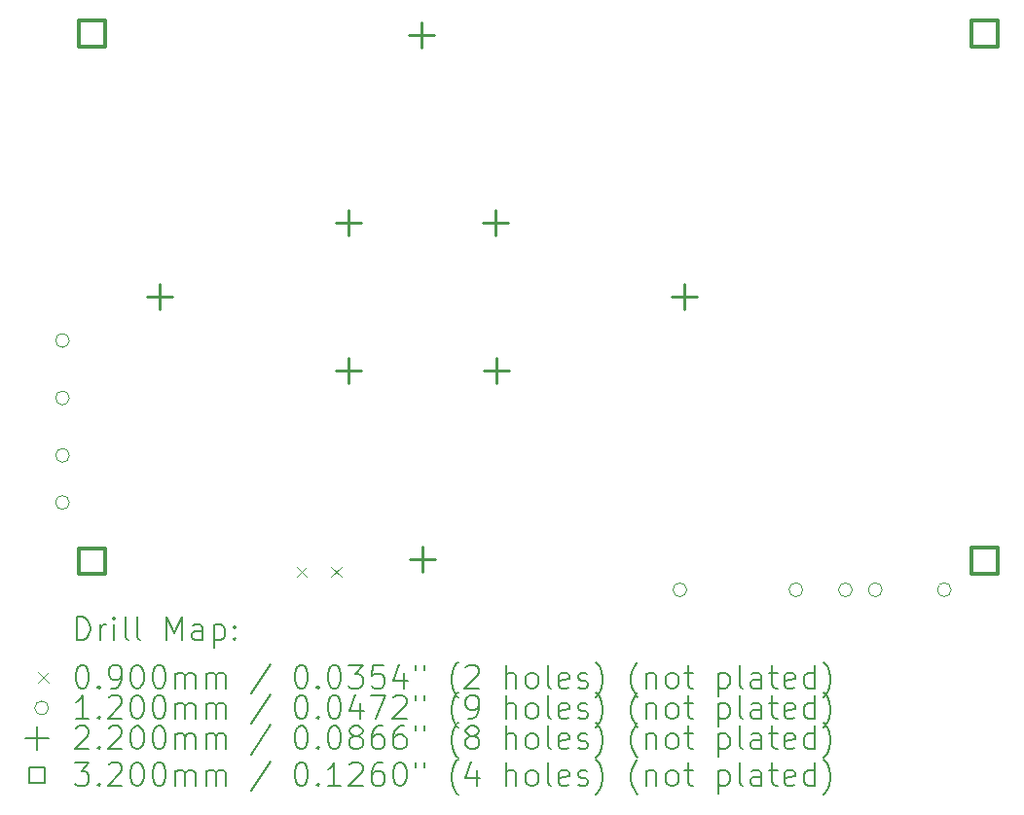
<source format=gbr>
%TF.GenerationSoftware,KiCad,Pcbnew,7.0.1*%
%TF.CreationDate,2023-03-18T00:09:39+00:00*%
%TF.ProjectId,ImogenWren,496d6f67-656e-4577-9265-6e2e6b696361,rev?*%
%TF.SameCoordinates,Original*%
%TF.FileFunction,Drillmap*%
%TF.FilePolarity,Positive*%
%FSLAX45Y45*%
G04 Gerber Fmt 4.5, Leading zero omitted, Abs format (unit mm)*
G04 Created by KiCad (PCBNEW 7.0.1) date 2023-03-18 00:09:39*
%MOMM*%
%LPD*%
G01*
G04 APERTURE LIST*
%ADD10C,0.200000*%
%ADD11C,0.090000*%
%ADD12C,0.120000*%
%ADD13C,0.220000*%
%ADD14C,0.320000*%
G04 APERTURE END LIST*
D10*
D11*
X13335000Y-11818000D02*
X13425000Y-11908000D01*
X13425000Y-11818000D02*
X13335000Y-11908000D01*
X13635000Y-11818000D02*
X13725000Y-11908000D01*
X13725000Y-11818000D02*
X13635000Y-11908000D01*
D12*
X11360000Y-9850000D02*
G75*
G03*
X11360000Y-9850000I-60000J0D01*
G01*
X11360000Y-10350000D02*
G75*
G03*
X11360000Y-10350000I-60000J0D01*
G01*
X11360000Y-10850000D02*
G75*
G03*
X11360000Y-10850000I-60000J0D01*
G01*
X11360000Y-11260000D02*
G75*
G03*
X11360000Y-11260000I-60000J0D01*
G01*
X16730000Y-12020000D02*
G75*
G03*
X16730000Y-12020000I-60000J0D01*
G01*
X17740000Y-12020000D02*
G75*
G03*
X17740000Y-12020000I-60000J0D01*
G01*
X18170000Y-12020000D02*
G75*
G03*
X18170000Y-12020000I-60000J0D01*
G01*
X18430000Y-12020000D02*
G75*
G03*
X18430000Y-12020000I-60000J0D01*
G01*
X19030000Y-12020000D02*
G75*
G03*
X19030000Y-12020000I-60000J0D01*
G01*
D13*
X12146000Y-9357000D02*
X12146000Y-9577000D01*
X12036000Y-9467000D02*
X12256000Y-9467000D01*
X13786800Y-8718400D02*
X13786800Y-8938400D01*
X13676800Y-8828400D02*
X13896800Y-8828400D01*
X13787800Y-10001400D02*
X13787800Y-10221400D01*
X13677800Y-10111400D02*
X13897800Y-10111400D01*
X14426000Y-7077000D02*
X14426000Y-7297000D01*
X14316000Y-7187000D02*
X14536000Y-7187000D01*
X14430748Y-11643514D02*
X14430748Y-11863514D01*
X14320748Y-11753514D02*
X14540748Y-11753514D01*
X15069800Y-8718400D02*
X15069800Y-8938400D01*
X14959800Y-8828400D02*
X15179800Y-8828400D01*
X15070800Y-10002400D02*
X15070800Y-10222400D01*
X14960800Y-10112400D02*
X15180800Y-10112400D01*
X16712230Y-9355463D02*
X16712230Y-9575463D01*
X16602230Y-9465463D02*
X16822230Y-9465463D01*
D14*
X11670138Y-11883138D02*
X11670138Y-11656862D01*
X11443862Y-11656862D01*
X11443862Y-11883138D01*
X11670138Y-11883138D01*
X11670638Y-7292138D02*
X11670638Y-7065862D01*
X11444362Y-7065862D01*
X11444362Y-7292138D01*
X11670638Y-7292138D01*
X19432138Y-7292138D02*
X19432138Y-7065862D01*
X19205862Y-7065862D01*
X19205862Y-7292138D01*
X19432138Y-7292138D01*
X19435741Y-11879741D02*
X19435741Y-11653465D01*
X19209465Y-11653465D01*
X19209465Y-11879741D01*
X19435741Y-11879741D01*
D10*
X11426619Y-12457524D02*
X11426619Y-12257524D01*
X11426619Y-12257524D02*
X11474238Y-12257524D01*
X11474238Y-12257524D02*
X11502809Y-12267048D01*
X11502809Y-12267048D02*
X11521857Y-12286095D01*
X11521857Y-12286095D02*
X11531381Y-12305143D01*
X11531381Y-12305143D02*
X11540905Y-12343238D01*
X11540905Y-12343238D02*
X11540905Y-12371809D01*
X11540905Y-12371809D02*
X11531381Y-12409905D01*
X11531381Y-12409905D02*
X11521857Y-12428952D01*
X11521857Y-12428952D02*
X11502809Y-12448000D01*
X11502809Y-12448000D02*
X11474238Y-12457524D01*
X11474238Y-12457524D02*
X11426619Y-12457524D01*
X11626619Y-12457524D02*
X11626619Y-12324190D01*
X11626619Y-12362286D02*
X11636143Y-12343238D01*
X11636143Y-12343238D02*
X11645666Y-12333714D01*
X11645666Y-12333714D02*
X11664714Y-12324190D01*
X11664714Y-12324190D02*
X11683762Y-12324190D01*
X11750428Y-12457524D02*
X11750428Y-12324190D01*
X11750428Y-12257524D02*
X11740905Y-12267048D01*
X11740905Y-12267048D02*
X11750428Y-12276571D01*
X11750428Y-12276571D02*
X11759952Y-12267048D01*
X11759952Y-12267048D02*
X11750428Y-12257524D01*
X11750428Y-12257524D02*
X11750428Y-12276571D01*
X11874238Y-12457524D02*
X11855190Y-12448000D01*
X11855190Y-12448000D02*
X11845666Y-12428952D01*
X11845666Y-12428952D02*
X11845666Y-12257524D01*
X11979000Y-12457524D02*
X11959952Y-12448000D01*
X11959952Y-12448000D02*
X11950428Y-12428952D01*
X11950428Y-12428952D02*
X11950428Y-12257524D01*
X12207571Y-12457524D02*
X12207571Y-12257524D01*
X12207571Y-12257524D02*
X12274238Y-12400381D01*
X12274238Y-12400381D02*
X12340905Y-12257524D01*
X12340905Y-12257524D02*
X12340905Y-12457524D01*
X12521857Y-12457524D02*
X12521857Y-12352762D01*
X12521857Y-12352762D02*
X12512333Y-12333714D01*
X12512333Y-12333714D02*
X12493286Y-12324190D01*
X12493286Y-12324190D02*
X12455190Y-12324190D01*
X12455190Y-12324190D02*
X12436143Y-12333714D01*
X12521857Y-12448000D02*
X12502809Y-12457524D01*
X12502809Y-12457524D02*
X12455190Y-12457524D01*
X12455190Y-12457524D02*
X12436143Y-12448000D01*
X12436143Y-12448000D02*
X12426619Y-12428952D01*
X12426619Y-12428952D02*
X12426619Y-12409905D01*
X12426619Y-12409905D02*
X12436143Y-12390857D01*
X12436143Y-12390857D02*
X12455190Y-12381333D01*
X12455190Y-12381333D02*
X12502809Y-12381333D01*
X12502809Y-12381333D02*
X12521857Y-12371809D01*
X12617095Y-12324190D02*
X12617095Y-12524190D01*
X12617095Y-12333714D02*
X12636143Y-12324190D01*
X12636143Y-12324190D02*
X12674238Y-12324190D01*
X12674238Y-12324190D02*
X12693286Y-12333714D01*
X12693286Y-12333714D02*
X12702809Y-12343238D01*
X12702809Y-12343238D02*
X12712333Y-12362286D01*
X12712333Y-12362286D02*
X12712333Y-12419428D01*
X12712333Y-12419428D02*
X12702809Y-12438476D01*
X12702809Y-12438476D02*
X12693286Y-12448000D01*
X12693286Y-12448000D02*
X12674238Y-12457524D01*
X12674238Y-12457524D02*
X12636143Y-12457524D01*
X12636143Y-12457524D02*
X12617095Y-12448000D01*
X12798047Y-12438476D02*
X12807571Y-12448000D01*
X12807571Y-12448000D02*
X12798047Y-12457524D01*
X12798047Y-12457524D02*
X12788524Y-12448000D01*
X12788524Y-12448000D02*
X12798047Y-12438476D01*
X12798047Y-12438476D02*
X12798047Y-12457524D01*
X12798047Y-12333714D02*
X12807571Y-12343238D01*
X12807571Y-12343238D02*
X12798047Y-12352762D01*
X12798047Y-12352762D02*
X12788524Y-12343238D01*
X12788524Y-12343238D02*
X12798047Y-12333714D01*
X12798047Y-12333714D02*
X12798047Y-12352762D01*
D11*
X11089000Y-12740000D02*
X11179000Y-12830000D01*
X11179000Y-12740000D02*
X11089000Y-12830000D01*
D10*
X11464714Y-12677524D02*
X11483762Y-12677524D01*
X11483762Y-12677524D02*
X11502809Y-12687048D01*
X11502809Y-12687048D02*
X11512333Y-12696571D01*
X11512333Y-12696571D02*
X11521857Y-12715619D01*
X11521857Y-12715619D02*
X11531381Y-12753714D01*
X11531381Y-12753714D02*
X11531381Y-12801333D01*
X11531381Y-12801333D02*
X11521857Y-12839428D01*
X11521857Y-12839428D02*
X11512333Y-12858476D01*
X11512333Y-12858476D02*
X11502809Y-12868000D01*
X11502809Y-12868000D02*
X11483762Y-12877524D01*
X11483762Y-12877524D02*
X11464714Y-12877524D01*
X11464714Y-12877524D02*
X11445666Y-12868000D01*
X11445666Y-12868000D02*
X11436143Y-12858476D01*
X11436143Y-12858476D02*
X11426619Y-12839428D01*
X11426619Y-12839428D02*
X11417095Y-12801333D01*
X11417095Y-12801333D02*
X11417095Y-12753714D01*
X11417095Y-12753714D02*
X11426619Y-12715619D01*
X11426619Y-12715619D02*
X11436143Y-12696571D01*
X11436143Y-12696571D02*
X11445666Y-12687048D01*
X11445666Y-12687048D02*
X11464714Y-12677524D01*
X11617095Y-12858476D02*
X11626619Y-12868000D01*
X11626619Y-12868000D02*
X11617095Y-12877524D01*
X11617095Y-12877524D02*
X11607571Y-12868000D01*
X11607571Y-12868000D02*
X11617095Y-12858476D01*
X11617095Y-12858476D02*
X11617095Y-12877524D01*
X11721857Y-12877524D02*
X11759952Y-12877524D01*
X11759952Y-12877524D02*
X11779000Y-12868000D01*
X11779000Y-12868000D02*
X11788524Y-12858476D01*
X11788524Y-12858476D02*
X11807571Y-12829905D01*
X11807571Y-12829905D02*
X11817095Y-12791809D01*
X11817095Y-12791809D02*
X11817095Y-12715619D01*
X11817095Y-12715619D02*
X11807571Y-12696571D01*
X11807571Y-12696571D02*
X11798047Y-12687048D01*
X11798047Y-12687048D02*
X11779000Y-12677524D01*
X11779000Y-12677524D02*
X11740905Y-12677524D01*
X11740905Y-12677524D02*
X11721857Y-12687048D01*
X11721857Y-12687048D02*
X11712333Y-12696571D01*
X11712333Y-12696571D02*
X11702809Y-12715619D01*
X11702809Y-12715619D02*
X11702809Y-12763238D01*
X11702809Y-12763238D02*
X11712333Y-12782286D01*
X11712333Y-12782286D02*
X11721857Y-12791809D01*
X11721857Y-12791809D02*
X11740905Y-12801333D01*
X11740905Y-12801333D02*
X11779000Y-12801333D01*
X11779000Y-12801333D02*
X11798047Y-12791809D01*
X11798047Y-12791809D02*
X11807571Y-12782286D01*
X11807571Y-12782286D02*
X11817095Y-12763238D01*
X11940905Y-12677524D02*
X11959952Y-12677524D01*
X11959952Y-12677524D02*
X11979000Y-12687048D01*
X11979000Y-12687048D02*
X11988524Y-12696571D01*
X11988524Y-12696571D02*
X11998047Y-12715619D01*
X11998047Y-12715619D02*
X12007571Y-12753714D01*
X12007571Y-12753714D02*
X12007571Y-12801333D01*
X12007571Y-12801333D02*
X11998047Y-12839428D01*
X11998047Y-12839428D02*
X11988524Y-12858476D01*
X11988524Y-12858476D02*
X11979000Y-12868000D01*
X11979000Y-12868000D02*
X11959952Y-12877524D01*
X11959952Y-12877524D02*
X11940905Y-12877524D01*
X11940905Y-12877524D02*
X11921857Y-12868000D01*
X11921857Y-12868000D02*
X11912333Y-12858476D01*
X11912333Y-12858476D02*
X11902809Y-12839428D01*
X11902809Y-12839428D02*
X11893286Y-12801333D01*
X11893286Y-12801333D02*
X11893286Y-12753714D01*
X11893286Y-12753714D02*
X11902809Y-12715619D01*
X11902809Y-12715619D02*
X11912333Y-12696571D01*
X11912333Y-12696571D02*
X11921857Y-12687048D01*
X11921857Y-12687048D02*
X11940905Y-12677524D01*
X12131381Y-12677524D02*
X12150428Y-12677524D01*
X12150428Y-12677524D02*
X12169476Y-12687048D01*
X12169476Y-12687048D02*
X12179000Y-12696571D01*
X12179000Y-12696571D02*
X12188524Y-12715619D01*
X12188524Y-12715619D02*
X12198047Y-12753714D01*
X12198047Y-12753714D02*
X12198047Y-12801333D01*
X12198047Y-12801333D02*
X12188524Y-12839428D01*
X12188524Y-12839428D02*
X12179000Y-12858476D01*
X12179000Y-12858476D02*
X12169476Y-12868000D01*
X12169476Y-12868000D02*
X12150428Y-12877524D01*
X12150428Y-12877524D02*
X12131381Y-12877524D01*
X12131381Y-12877524D02*
X12112333Y-12868000D01*
X12112333Y-12868000D02*
X12102809Y-12858476D01*
X12102809Y-12858476D02*
X12093286Y-12839428D01*
X12093286Y-12839428D02*
X12083762Y-12801333D01*
X12083762Y-12801333D02*
X12083762Y-12753714D01*
X12083762Y-12753714D02*
X12093286Y-12715619D01*
X12093286Y-12715619D02*
X12102809Y-12696571D01*
X12102809Y-12696571D02*
X12112333Y-12687048D01*
X12112333Y-12687048D02*
X12131381Y-12677524D01*
X12283762Y-12877524D02*
X12283762Y-12744190D01*
X12283762Y-12763238D02*
X12293286Y-12753714D01*
X12293286Y-12753714D02*
X12312333Y-12744190D01*
X12312333Y-12744190D02*
X12340905Y-12744190D01*
X12340905Y-12744190D02*
X12359952Y-12753714D01*
X12359952Y-12753714D02*
X12369476Y-12772762D01*
X12369476Y-12772762D02*
X12369476Y-12877524D01*
X12369476Y-12772762D02*
X12379000Y-12753714D01*
X12379000Y-12753714D02*
X12398047Y-12744190D01*
X12398047Y-12744190D02*
X12426619Y-12744190D01*
X12426619Y-12744190D02*
X12445667Y-12753714D01*
X12445667Y-12753714D02*
X12455190Y-12772762D01*
X12455190Y-12772762D02*
X12455190Y-12877524D01*
X12550428Y-12877524D02*
X12550428Y-12744190D01*
X12550428Y-12763238D02*
X12559952Y-12753714D01*
X12559952Y-12753714D02*
X12579000Y-12744190D01*
X12579000Y-12744190D02*
X12607571Y-12744190D01*
X12607571Y-12744190D02*
X12626619Y-12753714D01*
X12626619Y-12753714D02*
X12636143Y-12772762D01*
X12636143Y-12772762D02*
X12636143Y-12877524D01*
X12636143Y-12772762D02*
X12645667Y-12753714D01*
X12645667Y-12753714D02*
X12664714Y-12744190D01*
X12664714Y-12744190D02*
X12693286Y-12744190D01*
X12693286Y-12744190D02*
X12712333Y-12753714D01*
X12712333Y-12753714D02*
X12721857Y-12772762D01*
X12721857Y-12772762D02*
X12721857Y-12877524D01*
X13112333Y-12668000D02*
X12940905Y-12925143D01*
X13369476Y-12677524D02*
X13388524Y-12677524D01*
X13388524Y-12677524D02*
X13407571Y-12687048D01*
X13407571Y-12687048D02*
X13417095Y-12696571D01*
X13417095Y-12696571D02*
X13426619Y-12715619D01*
X13426619Y-12715619D02*
X13436143Y-12753714D01*
X13436143Y-12753714D02*
X13436143Y-12801333D01*
X13436143Y-12801333D02*
X13426619Y-12839428D01*
X13426619Y-12839428D02*
X13417095Y-12858476D01*
X13417095Y-12858476D02*
X13407571Y-12868000D01*
X13407571Y-12868000D02*
X13388524Y-12877524D01*
X13388524Y-12877524D02*
X13369476Y-12877524D01*
X13369476Y-12877524D02*
X13350429Y-12868000D01*
X13350429Y-12868000D02*
X13340905Y-12858476D01*
X13340905Y-12858476D02*
X13331381Y-12839428D01*
X13331381Y-12839428D02*
X13321857Y-12801333D01*
X13321857Y-12801333D02*
X13321857Y-12753714D01*
X13321857Y-12753714D02*
X13331381Y-12715619D01*
X13331381Y-12715619D02*
X13340905Y-12696571D01*
X13340905Y-12696571D02*
X13350429Y-12687048D01*
X13350429Y-12687048D02*
X13369476Y-12677524D01*
X13521857Y-12858476D02*
X13531381Y-12868000D01*
X13531381Y-12868000D02*
X13521857Y-12877524D01*
X13521857Y-12877524D02*
X13512333Y-12868000D01*
X13512333Y-12868000D02*
X13521857Y-12858476D01*
X13521857Y-12858476D02*
X13521857Y-12877524D01*
X13655190Y-12677524D02*
X13674238Y-12677524D01*
X13674238Y-12677524D02*
X13693286Y-12687048D01*
X13693286Y-12687048D02*
X13702810Y-12696571D01*
X13702810Y-12696571D02*
X13712333Y-12715619D01*
X13712333Y-12715619D02*
X13721857Y-12753714D01*
X13721857Y-12753714D02*
X13721857Y-12801333D01*
X13721857Y-12801333D02*
X13712333Y-12839428D01*
X13712333Y-12839428D02*
X13702810Y-12858476D01*
X13702810Y-12858476D02*
X13693286Y-12868000D01*
X13693286Y-12868000D02*
X13674238Y-12877524D01*
X13674238Y-12877524D02*
X13655190Y-12877524D01*
X13655190Y-12877524D02*
X13636143Y-12868000D01*
X13636143Y-12868000D02*
X13626619Y-12858476D01*
X13626619Y-12858476D02*
X13617095Y-12839428D01*
X13617095Y-12839428D02*
X13607571Y-12801333D01*
X13607571Y-12801333D02*
X13607571Y-12753714D01*
X13607571Y-12753714D02*
X13617095Y-12715619D01*
X13617095Y-12715619D02*
X13626619Y-12696571D01*
X13626619Y-12696571D02*
X13636143Y-12687048D01*
X13636143Y-12687048D02*
X13655190Y-12677524D01*
X13788524Y-12677524D02*
X13912333Y-12677524D01*
X13912333Y-12677524D02*
X13845667Y-12753714D01*
X13845667Y-12753714D02*
X13874238Y-12753714D01*
X13874238Y-12753714D02*
X13893286Y-12763238D01*
X13893286Y-12763238D02*
X13902810Y-12772762D01*
X13902810Y-12772762D02*
X13912333Y-12791809D01*
X13912333Y-12791809D02*
X13912333Y-12839428D01*
X13912333Y-12839428D02*
X13902810Y-12858476D01*
X13902810Y-12858476D02*
X13893286Y-12868000D01*
X13893286Y-12868000D02*
X13874238Y-12877524D01*
X13874238Y-12877524D02*
X13817095Y-12877524D01*
X13817095Y-12877524D02*
X13798048Y-12868000D01*
X13798048Y-12868000D02*
X13788524Y-12858476D01*
X14093286Y-12677524D02*
X13998048Y-12677524D01*
X13998048Y-12677524D02*
X13988524Y-12772762D01*
X13988524Y-12772762D02*
X13998048Y-12763238D01*
X13998048Y-12763238D02*
X14017095Y-12753714D01*
X14017095Y-12753714D02*
X14064714Y-12753714D01*
X14064714Y-12753714D02*
X14083762Y-12763238D01*
X14083762Y-12763238D02*
X14093286Y-12772762D01*
X14093286Y-12772762D02*
X14102810Y-12791809D01*
X14102810Y-12791809D02*
X14102810Y-12839428D01*
X14102810Y-12839428D02*
X14093286Y-12858476D01*
X14093286Y-12858476D02*
X14083762Y-12868000D01*
X14083762Y-12868000D02*
X14064714Y-12877524D01*
X14064714Y-12877524D02*
X14017095Y-12877524D01*
X14017095Y-12877524D02*
X13998048Y-12868000D01*
X13998048Y-12868000D02*
X13988524Y-12858476D01*
X14274238Y-12744190D02*
X14274238Y-12877524D01*
X14226619Y-12668000D02*
X14179000Y-12810857D01*
X14179000Y-12810857D02*
X14302810Y-12810857D01*
X14369476Y-12677524D02*
X14369476Y-12715619D01*
X14445667Y-12677524D02*
X14445667Y-12715619D01*
X14740905Y-12953714D02*
X14731381Y-12944190D01*
X14731381Y-12944190D02*
X14712333Y-12915619D01*
X14712333Y-12915619D02*
X14702810Y-12896571D01*
X14702810Y-12896571D02*
X14693286Y-12868000D01*
X14693286Y-12868000D02*
X14683762Y-12820381D01*
X14683762Y-12820381D02*
X14683762Y-12782286D01*
X14683762Y-12782286D02*
X14693286Y-12734667D01*
X14693286Y-12734667D02*
X14702810Y-12706095D01*
X14702810Y-12706095D02*
X14712333Y-12687048D01*
X14712333Y-12687048D02*
X14731381Y-12658476D01*
X14731381Y-12658476D02*
X14740905Y-12648952D01*
X14807572Y-12696571D02*
X14817095Y-12687048D01*
X14817095Y-12687048D02*
X14836143Y-12677524D01*
X14836143Y-12677524D02*
X14883762Y-12677524D01*
X14883762Y-12677524D02*
X14902810Y-12687048D01*
X14902810Y-12687048D02*
X14912333Y-12696571D01*
X14912333Y-12696571D02*
X14921857Y-12715619D01*
X14921857Y-12715619D02*
X14921857Y-12734667D01*
X14921857Y-12734667D02*
X14912333Y-12763238D01*
X14912333Y-12763238D02*
X14798048Y-12877524D01*
X14798048Y-12877524D02*
X14921857Y-12877524D01*
X15159953Y-12877524D02*
X15159953Y-12677524D01*
X15245667Y-12877524D02*
X15245667Y-12772762D01*
X15245667Y-12772762D02*
X15236143Y-12753714D01*
X15236143Y-12753714D02*
X15217095Y-12744190D01*
X15217095Y-12744190D02*
X15188524Y-12744190D01*
X15188524Y-12744190D02*
X15169476Y-12753714D01*
X15169476Y-12753714D02*
X15159953Y-12763238D01*
X15369476Y-12877524D02*
X15350429Y-12868000D01*
X15350429Y-12868000D02*
X15340905Y-12858476D01*
X15340905Y-12858476D02*
X15331381Y-12839428D01*
X15331381Y-12839428D02*
X15331381Y-12782286D01*
X15331381Y-12782286D02*
X15340905Y-12763238D01*
X15340905Y-12763238D02*
X15350429Y-12753714D01*
X15350429Y-12753714D02*
X15369476Y-12744190D01*
X15369476Y-12744190D02*
X15398048Y-12744190D01*
X15398048Y-12744190D02*
X15417095Y-12753714D01*
X15417095Y-12753714D02*
X15426619Y-12763238D01*
X15426619Y-12763238D02*
X15436143Y-12782286D01*
X15436143Y-12782286D02*
X15436143Y-12839428D01*
X15436143Y-12839428D02*
X15426619Y-12858476D01*
X15426619Y-12858476D02*
X15417095Y-12868000D01*
X15417095Y-12868000D02*
X15398048Y-12877524D01*
X15398048Y-12877524D02*
X15369476Y-12877524D01*
X15550429Y-12877524D02*
X15531381Y-12868000D01*
X15531381Y-12868000D02*
X15521857Y-12848952D01*
X15521857Y-12848952D02*
X15521857Y-12677524D01*
X15702810Y-12868000D02*
X15683762Y-12877524D01*
X15683762Y-12877524D02*
X15645667Y-12877524D01*
X15645667Y-12877524D02*
X15626619Y-12868000D01*
X15626619Y-12868000D02*
X15617095Y-12848952D01*
X15617095Y-12848952D02*
X15617095Y-12772762D01*
X15617095Y-12772762D02*
X15626619Y-12753714D01*
X15626619Y-12753714D02*
X15645667Y-12744190D01*
X15645667Y-12744190D02*
X15683762Y-12744190D01*
X15683762Y-12744190D02*
X15702810Y-12753714D01*
X15702810Y-12753714D02*
X15712334Y-12772762D01*
X15712334Y-12772762D02*
X15712334Y-12791809D01*
X15712334Y-12791809D02*
X15617095Y-12810857D01*
X15788524Y-12868000D02*
X15807572Y-12877524D01*
X15807572Y-12877524D02*
X15845667Y-12877524D01*
X15845667Y-12877524D02*
X15864715Y-12868000D01*
X15864715Y-12868000D02*
X15874238Y-12848952D01*
X15874238Y-12848952D02*
X15874238Y-12839428D01*
X15874238Y-12839428D02*
X15864715Y-12820381D01*
X15864715Y-12820381D02*
X15845667Y-12810857D01*
X15845667Y-12810857D02*
X15817095Y-12810857D01*
X15817095Y-12810857D02*
X15798048Y-12801333D01*
X15798048Y-12801333D02*
X15788524Y-12782286D01*
X15788524Y-12782286D02*
X15788524Y-12772762D01*
X15788524Y-12772762D02*
X15798048Y-12753714D01*
X15798048Y-12753714D02*
X15817095Y-12744190D01*
X15817095Y-12744190D02*
X15845667Y-12744190D01*
X15845667Y-12744190D02*
X15864715Y-12753714D01*
X15940905Y-12953714D02*
X15950429Y-12944190D01*
X15950429Y-12944190D02*
X15969476Y-12915619D01*
X15969476Y-12915619D02*
X15979000Y-12896571D01*
X15979000Y-12896571D02*
X15988524Y-12868000D01*
X15988524Y-12868000D02*
X15998048Y-12820381D01*
X15998048Y-12820381D02*
X15998048Y-12782286D01*
X15998048Y-12782286D02*
X15988524Y-12734667D01*
X15988524Y-12734667D02*
X15979000Y-12706095D01*
X15979000Y-12706095D02*
X15969476Y-12687048D01*
X15969476Y-12687048D02*
X15950429Y-12658476D01*
X15950429Y-12658476D02*
X15940905Y-12648952D01*
X16302810Y-12953714D02*
X16293286Y-12944190D01*
X16293286Y-12944190D02*
X16274238Y-12915619D01*
X16274238Y-12915619D02*
X16264715Y-12896571D01*
X16264715Y-12896571D02*
X16255191Y-12868000D01*
X16255191Y-12868000D02*
X16245667Y-12820381D01*
X16245667Y-12820381D02*
X16245667Y-12782286D01*
X16245667Y-12782286D02*
X16255191Y-12734667D01*
X16255191Y-12734667D02*
X16264715Y-12706095D01*
X16264715Y-12706095D02*
X16274238Y-12687048D01*
X16274238Y-12687048D02*
X16293286Y-12658476D01*
X16293286Y-12658476D02*
X16302810Y-12648952D01*
X16379000Y-12744190D02*
X16379000Y-12877524D01*
X16379000Y-12763238D02*
X16388524Y-12753714D01*
X16388524Y-12753714D02*
X16407572Y-12744190D01*
X16407572Y-12744190D02*
X16436143Y-12744190D01*
X16436143Y-12744190D02*
X16455191Y-12753714D01*
X16455191Y-12753714D02*
X16464715Y-12772762D01*
X16464715Y-12772762D02*
X16464715Y-12877524D01*
X16588524Y-12877524D02*
X16569476Y-12868000D01*
X16569476Y-12868000D02*
X16559953Y-12858476D01*
X16559953Y-12858476D02*
X16550429Y-12839428D01*
X16550429Y-12839428D02*
X16550429Y-12782286D01*
X16550429Y-12782286D02*
X16559953Y-12763238D01*
X16559953Y-12763238D02*
X16569476Y-12753714D01*
X16569476Y-12753714D02*
X16588524Y-12744190D01*
X16588524Y-12744190D02*
X16617096Y-12744190D01*
X16617096Y-12744190D02*
X16636143Y-12753714D01*
X16636143Y-12753714D02*
X16645667Y-12763238D01*
X16645667Y-12763238D02*
X16655191Y-12782286D01*
X16655191Y-12782286D02*
X16655191Y-12839428D01*
X16655191Y-12839428D02*
X16645667Y-12858476D01*
X16645667Y-12858476D02*
X16636143Y-12868000D01*
X16636143Y-12868000D02*
X16617096Y-12877524D01*
X16617096Y-12877524D02*
X16588524Y-12877524D01*
X16712334Y-12744190D02*
X16788524Y-12744190D01*
X16740905Y-12677524D02*
X16740905Y-12848952D01*
X16740905Y-12848952D02*
X16750429Y-12868000D01*
X16750429Y-12868000D02*
X16769476Y-12877524D01*
X16769476Y-12877524D02*
X16788524Y-12877524D01*
X17007572Y-12744190D02*
X17007572Y-12944190D01*
X17007572Y-12753714D02*
X17026619Y-12744190D01*
X17026619Y-12744190D02*
X17064715Y-12744190D01*
X17064715Y-12744190D02*
X17083762Y-12753714D01*
X17083762Y-12753714D02*
X17093286Y-12763238D01*
X17093286Y-12763238D02*
X17102810Y-12782286D01*
X17102810Y-12782286D02*
X17102810Y-12839428D01*
X17102810Y-12839428D02*
X17093286Y-12858476D01*
X17093286Y-12858476D02*
X17083762Y-12868000D01*
X17083762Y-12868000D02*
X17064715Y-12877524D01*
X17064715Y-12877524D02*
X17026619Y-12877524D01*
X17026619Y-12877524D02*
X17007572Y-12868000D01*
X17217096Y-12877524D02*
X17198048Y-12868000D01*
X17198048Y-12868000D02*
X17188524Y-12848952D01*
X17188524Y-12848952D02*
X17188524Y-12677524D01*
X17379000Y-12877524D02*
X17379000Y-12772762D01*
X17379000Y-12772762D02*
X17369477Y-12753714D01*
X17369477Y-12753714D02*
X17350429Y-12744190D01*
X17350429Y-12744190D02*
X17312334Y-12744190D01*
X17312334Y-12744190D02*
X17293286Y-12753714D01*
X17379000Y-12868000D02*
X17359953Y-12877524D01*
X17359953Y-12877524D02*
X17312334Y-12877524D01*
X17312334Y-12877524D02*
X17293286Y-12868000D01*
X17293286Y-12868000D02*
X17283762Y-12848952D01*
X17283762Y-12848952D02*
X17283762Y-12829905D01*
X17283762Y-12829905D02*
X17293286Y-12810857D01*
X17293286Y-12810857D02*
X17312334Y-12801333D01*
X17312334Y-12801333D02*
X17359953Y-12801333D01*
X17359953Y-12801333D02*
X17379000Y-12791809D01*
X17445667Y-12744190D02*
X17521858Y-12744190D01*
X17474239Y-12677524D02*
X17474239Y-12848952D01*
X17474239Y-12848952D02*
X17483762Y-12868000D01*
X17483762Y-12868000D02*
X17502810Y-12877524D01*
X17502810Y-12877524D02*
X17521858Y-12877524D01*
X17664715Y-12868000D02*
X17645667Y-12877524D01*
X17645667Y-12877524D02*
X17607572Y-12877524D01*
X17607572Y-12877524D02*
X17588524Y-12868000D01*
X17588524Y-12868000D02*
X17579000Y-12848952D01*
X17579000Y-12848952D02*
X17579000Y-12772762D01*
X17579000Y-12772762D02*
X17588524Y-12753714D01*
X17588524Y-12753714D02*
X17607572Y-12744190D01*
X17607572Y-12744190D02*
X17645667Y-12744190D01*
X17645667Y-12744190D02*
X17664715Y-12753714D01*
X17664715Y-12753714D02*
X17674239Y-12772762D01*
X17674239Y-12772762D02*
X17674239Y-12791809D01*
X17674239Y-12791809D02*
X17579000Y-12810857D01*
X17845667Y-12877524D02*
X17845667Y-12677524D01*
X17845667Y-12868000D02*
X17826620Y-12877524D01*
X17826620Y-12877524D02*
X17788524Y-12877524D01*
X17788524Y-12877524D02*
X17769477Y-12868000D01*
X17769477Y-12868000D02*
X17759953Y-12858476D01*
X17759953Y-12858476D02*
X17750429Y-12839428D01*
X17750429Y-12839428D02*
X17750429Y-12782286D01*
X17750429Y-12782286D02*
X17759953Y-12763238D01*
X17759953Y-12763238D02*
X17769477Y-12753714D01*
X17769477Y-12753714D02*
X17788524Y-12744190D01*
X17788524Y-12744190D02*
X17826620Y-12744190D01*
X17826620Y-12744190D02*
X17845667Y-12753714D01*
X17921858Y-12953714D02*
X17931381Y-12944190D01*
X17931381Y-12944190D02*
X17950429Y-12915619D01*
X17950429Y-12915619D02*
X17959953Y-12896571D01*
X17959953Y-12896571D02*
X17969477Y-12868000D01*
X17969477Y-12868000D02*
X17979000Y-12820381D01*
X17979000Y-12820381D02*
X17979000Y-12782286D01*
X17979000Y-12782286D02*
X17969477Y-12734667D01*
X17969477Y-12734667D02*
X17959953Y-12706095D01*
X17959953Y-12706095D02*
X17950429Y-12687048D01*
X17950429Y-12687048D02*
X17931381Y-12658476D01*
X17931381Y-12658476D02*
X17921858Y-12648952D01*
D12*
X11179000Y-13049000D02*
G75*
G03*
X11179000Y-13049000I-60000J0D01*
G01*
D10*
X11531381Y-13141524D02*
X11417095Y-13141524D01*
X11474238Y-13141524D02*
X11474238Y-12941524D01*
X11474238Y-12941524D02*
X11455190Y-12970095D01*
X11455190Y-12970095D02*
X11436143Y-12989143D01*
X11436143Y-12989143D02*
X11417095Y-12998667D01*
X11617095Y-13122476D02*
X11626619Y-13132000D01*
X11626619Y-13132000D02*
X11617095Y-13141524D01*
X11617095Y-13141524D02*
X11607571Y-13132000D01*
X11607571Y-13132000D02*
X11617095Y-13122476D01*
X11617095Y-13122476D02*
X11617095Y-13141524D01*
X11702809Y-12960571D02*
X11712333Y-12951048D01*
X11712333Y-12951048D02*
X11731381Y-12941524D01*
X11731381Y-12941524D02*
X11779000Y-12941524D01*
X11779000Y-12941524D02*
X11798047Y-12951048D01*
X11798047Y-12951048D02*
X11807571Y-12960571D01*
X11807571Y-12960571D02*
X11817095Y-12979619D01*
X11817095Y-12979619D02*
X11817095Y-12998667D01*
X11817095Y-12998667D02*
X11807571Y-13027238D01*
X11807571Y-13027238D02*
X11693286Y-13141524D01*
X11693286Y-13141524D02*
X11817095Y-13141524D01*
X11940905Y-12941524D02*
X11959952Y-12941524D01*
X11959952Y-12941524D02*
X11979000Y-12951048D01*
X11979000Y-12951048D02*
X11988524Y-12960571D01*
X11988524Y-12960571D02*
X11998047Y-12979619D01*
X11998047Y-12979619D02*
X12007571Y-13017714D01*
X12007571Y-13017714D02*
X12007571Y-13065333D01*
X12007571Y-13065333D02*
X11998047Y-13103428D01*
X11998047Y-13103428D02*
X11988524Y-13122476D01*
X11988524Y-13122476D02*
X11979000Y-13132000D01*
X11979000Y-13132000D02*
X11959952Y-13141524D01*
X11959952Y-13141524D02*
X11940905Y-13141524D01*
X11940905Y-13141524D02*
X11921857Y-13132000D01*
X11921857Y-13132000D02*
X11912333Y-13122476D01*
X11912333Y-13122476D02*
X11902809Y-13103428D01*
X11902809Y-13103428D02*
X11893286Y-13065333D01*
X11893286Y-13065333D02*
X11893286Y-13017714D01*
X11893286Y-13017714D02*
X11902809Y-12979619D01*
X11902809Y-12979619D02*
X11912333Y-12960571D01*
X11912333Y-12960571D02*
X11921857Y-12951048D01*
X11921857Y-12951048D02*
X11940905Y-12941524D01*
X12131381Y-12941524D02*
X12150428Y-12941524D01*
X12150428Y-12941524D02*
X12169476Y-12951048D01*
X12169476Y-12951048D02*
X12179000Y-12960571D01*
X12179000Y-12960571D02*
X12188524Y-12979619D01*
X12188524Y-12979619D02*
X12198047Y-13017714D01*
X12198047Y-13017714D02*
X12198047Y-13065333D01*
X12198047Y-13065333D02*
X12188524Y-13103428D01*
X12188524Y-13103428D02*
X12179000Y-13122476D01*
X12179000Y-13122476D02*
X12169476Y-13132000D01*
X12169476Y-13132000D02*
X12150428Y-13141524D01*
X12150428Y-13141524D02*
X12131381Y-13141524D01*
X12131381Y-13141524D02*
X12112333Y-13132000D01*
X12112333Y-13132000D02*
X12102809Y-13122476D01*
X12102809Y-13122476D02*
X12093286Y-13103428D01*
X12093286Y-13103428D02*
X12083762Y-13065333D01*
X12083762Y-13065333D02*
X12083762Y-13017714D01*
X12083762Y-13017714D02*
X12093286Y-12979619D01*
X12093286Y-12979619D02*
X12102809Y-12960571D01*
X12102809Y-12960571D02*
X12112333Y-12951048D01*
X12112333Y-12951048D02*
X12131381Y-12941524D01*
X12283762Y-13141524D02*
X12283762Y-13008190D01*
X12283762Y-13027238D02*
X12293286Y-13017714D01*
X12293286Y-13017714D02*
X12312333Y-13008190D01*
X12312333Y-13008190D02*
X12340905Y-13008190D01*
X12340905Y-13008190D02*
X12359952Y-13017714D01*
X12359952Y-13017714D02*
X12369476Y-13036762D01*
X12369476Y-13036762D02*
X12369476Y-13141524D01*
X12369476Y-13036762D02*
X12379000Y-13017714D01*
X12379000Y-13017714D02*
X12398047Y-13008190D01*
X12398047Y-13008190D02*
X12426619Y-13008190D01*
X12426619Y-13008190D02*
X12445667Y-13017714D01*
X12445667Y-13017714D02*
X12455190Y-13036762D01*
X12455190Y-13036762D02*
X12455190Y-13141524D01*
X12550428Y-13141524D02*
X12550428Y-13008190D01*
X12550428Y-13027238D02*
X12559952Y-13017714D01*
X12559952Y-13017714D02*
X12579000Y-13008190D01*
X12579000Y-13008190D02*
X12607571Y-13008190D01*
X12607571Y-13008190D02*
X12626619Y-13017714D01*
X12626619Y-13017714D02*
X12636143Y-13036762D01*
X12636143Y-13036762D02*
X12636143Y-13141524D01*
X12636143Y-13036762D02*
X12645667Y-13017714D01*
X12645667Y-13017714D02*
X12664714Y-13008190D01*
X12664714Y-13008190D02*
X12693286Y-13008190D01*
X12693286Y-13008190D02*
X12712333Y-13017714D01*
X12712333Y-13017714D02*
X12721857Y-13036762D01*
X12721857Y-13036762D02*
X12721857Y-13141524D01*
X13112333Y-12932000D02*
X12940905Y-13189143D01*
X13369476Y-12941524D02*
X13388524Y-12941524D01*
X13388524Y-12941524D02*
X13407571Y-12951048D01*
X13407571Y-12951048D02*
X13417095Y-12960571D01*
X13417095Y-12960571D02*
X13426619Y-12979619D01*
X13426619Y-12979619D02*
X13436143Y-13017714D01*
X13436143Y-13017714D02*
X13436143Y-13065333D01*
X13436143Y-13065333D02*
X13426619Y-13103428D01*
X13426619Y-13103428D02*
X13417095Y-13122476D01*
X13417095Y-13122476D02*
X13407571Y-13132000D01*
X13407571Y-13132000D02*
X13388524Y-13141524D01*
X13388524Y-13141524D02*
X13369476Y-13141524D01*
X13369476Y-13141524D02*
X13350429Y-13132000D01*
X13350429Y-13132000D02*
X13340905Y-13122476D01*
X13340905Y-13122476D02*
X13331381Y-13103428D01*
X13331381Y-13103428D02*
X13321857Y-13065333D01*
X13321857Y-13065333D02*
X13321857Y-13017714D01*
X13321857Y-13017714D02*
X13331381Y-12979619D01*
X13331381Y-12979619D02*
X13340905Y-12960571D01*
X13340905Y-12960571D02*
X13350429Y-12951048D01*
X13350429Y-12951048D02*
X13369476Y-12941524D01*
X13521857Y-13122476D02*
X13531381Y-13132000D01*
X13531381Y-13132000D02*
X13521857Y-13141524D01*
X13521857Y-13141524D02*
X13512333Y-13132000D01*
X13512333Y-13132000D02*
X13521857Y-13122476D01*
X13521857Y-13122476D02*
X13521857Y-13141524D01*
X13655190Y-12941524D02*
X13674238Y-12941524D01*
X13674238Y-12941524D02*
X13693286Y-12951048D01*
X13693286Y-12951048D02*
X13702810Y-12960571D01*
X13702810Y-12960571D02*
X13712333Y-12979619D01*
X13712333Y-12979619D02*
X13721857Y-13017714D01*
X13721857Y-13017714D02*
X13721857Y-13065333D01*
X13721857Y-13065333D02*
X13712333Y-13103428D01*
X13712333Y-13103428D02*
X13702810Y-13122476D01*
X13702810Y-13122476D02*
X13693286Y-13132000D01*
X13693286Y-13132000D02*
X13674238Y-13141524D01*
X13674238Y-13141524D02*
X13655190Y-13141524D01*
X13655190Y-13141524D02*
X13636143Y-13132000D01*
X13636143Y-13132000D02*
X13626619Y-13122476D01*
X13626619Y-13122476D02*
X13617095Y-13103428D01*
X13617095Y-13103428D02*
X13607571Y-13065333D01*
X13607571Y-13065333D02*
X13607571Y-13017714D01*
X13607571Y-13017714D02*
X13617095Y-12979619D01*
X13617095Y-12979619D02*
X13626619Y-12960571D01*
X13626619Y-12960571D02*
X13636143Y-12951048D01*
X13636143Y-12951048D02*
X13655190Y-12941524D01*
X13893286Y-13008190D02*
X13893286Y-13141524D01*
X13845667Y-12932000D02*
X13798048Y-13074857D01*
X13798048Y-13074857D02*
X13921857Y-13074857D01*
X13979000Y-12941524D02*
X14112333Y-12941524D01*
X14112333Y-12941524D02*
X14026619Y-13141524D01*
X14179000Y-12960571D02*
X14188524Y-12951048D01*
X14188524Y-12951048D02*
X14207571Y-12941524D01*
X14207571Y-12941524D02*
X14255191Y-12941524D01*
X14255191Y-12941524D02*
X14274238Y-12951048D01*
X14274238Y-12951048D02*
X14283762Y-12960571D01*
X14283762Y-12960571D02*
X14293286Y-12979619D01*
X14293286Y-12979619D02*
X14293286Y-12998667D01*
X14293286Y-12998667D02*
X14283762Y-13027238D01*
X14283762Y-13027238D02*
X14169476Y-13141524D01*
X14169476Y-13141524D02*
X14293286Y-13141524D01*
X14369476Y-12941524D02*
X14369476Y-12979619D01*
X14445667Y-12941524D02*
X14445667Y-12979619D01*
X14740905Y-13217714D02*
X14731381Y-13208190D01*
X14731381Y-13208190D02*
X14712333Y-13179619D01*
X14712333Y-13179619D02*
X14702810Y-13160571D01*
X14702810Y-13160571D02*
X14693286Y-13132000D01*
X14693286Y-13132000D02*
X14683762Y-13084381D01*
X14683762Y-13084381D02*
X14683762Y-13046286D01*
X14683762Y-13046286D02*
X14693286Y-12998667D01*
X14693286Y-12998667D02*
X14702810Y-12970095D01*
X14702810Y-12970095D02*
X14712333Y-12951048D01*
X14712333Y-12951048D02*
X14731381Y-12922476D01*
X14731381Y-12922476D02*
X14740905Y-12912952D01*
X14826619Y-13141524D02*
X14864714Y-13141524D01*
X14864714Y-13141524D02*
X14883762Y-13132000D01*
X14883762Y-13132000D02*
X14893286Y-13122476D01*
X14893286Y-13122476D02*
X14912333Y-13093905D01*
X14912333Y-13093905D02*
X14921857Y-13055809D01*
X14921857Y-13055809D02*
X14921857Y-12979619D01*
X14921857Y-12979619D02*
X14912333Y-12960571D01*
X14912333Y-12960571D02*
X14902810Y-12951048D01*
X14902810Y-12951048D02*
X14883762Y-12941524D01*
X14883762Y-12941524D02*
X14845667Y-12941524D01*
X14845667Y-12941524D02*
X14826619Y-12951048D01*
X14826619Y-12951048D02*
X14817095Y-12960571D01*
X14817095Y-12960571D02*
X14807572Y-12979619D01*
X14807572Y-12979619D02*
X14807572Y-13027238D01*
X14807572Y-13027238D02*
X14817095Y-13046286D01*
X14817095Y-13046286D02*
X14826619Y-13055809D01*
X14826619Y-13055809D02*
X14845667Y-13065333D01*
X14845667Y-13065333D02*
X14883762Y-13065333D01*
X14883762Y-13065333D02*
X14902810Y-13055809D01*
X14902810Y-13055809D02*
X14912333Y-13046286D01*
X14912333Y-13046286D02*
X14921857Y-13027238D01*
X15159953Y-13141524D02*
X15159953Y-12941524D01*
X15245667Y-13141524D02*
X15245667Y-13036762D01*
X15245667Y-13036762D02*
X15236143Y-13017714D01*
X15236143Y-13017714D02*
X15217095Y-13008190D01*
X15217095Y-13008190D02*
X15188524Y-13008190D01*
X15188524Y-13008190D02*
X15169476Y-13017714D01*
X15169476Y-13017714D02*
X15159953Y-13027238D01*
X15369476Y-13141524D02*
X15350429Y-13132000D01*
X15350429Y-13132000D02*
X15340905Y-13122476D01*
X15340905Y-13122476D02*
X15331381Y-13103428D01*
X15331381Y-13103428D02*
X15331381Y-13046286D01*
X15331381Y-13046286D02*
X15340905Y-13027238D01*
X15340905Y-13027238D02*
X15350429Y-13017714D01*
X15350429Y-13017714D02*
X15369476Y-13008190D01*
X15369476Y-13008190D02*
X15398048Y-13008190D01*
X15398048Y-13008190D02*
X15417095Y-13017714D01*
X15417095Y-13017714D02*
X15426619Y-13027238D01*
X15426619Y-13027238D02*
X15436143Y-13046286D01*
X15436143Y-13046286D02*
X15436143Y-13103428D01*
X15436143Y-13103428D02*
X15426619Y-13122476D01*
X15426619Y-13122476D02*
X15417095Y-13132000D01*
X15417095Y-13132000D02*
X15398048Y-13141524D01*
X15398048Y-13141524D02*
X15369476Y-13141524D01*
X15550429Y-13141524D02*
X15531381Y-13132000D01*
X15531381Y-13132000D02*
X15521857Y-13112952D01*
X15521857Y-13112952D02*
X15521857Y-12941524D01*
X15702810Y-13132000D02*
X15683762Y-13141524D01*
X15683762Y-13141524D02*
X15645667Y-13141524D01*
X15645667Y-13141524D02*
X15626619Y-13132000D01*
X15626619Y-13132000D02*
X15617095Y-13112952D01*
X15617095Y-13112952D02*
X15617095Y-13036762D01*
X15617095Y-13036762D02*
X15626619Y-13017714D01*
X15626619Y-13017714D02*
X15645667Y-13008190D01*
X15645667Y-13008190D02*
X15683762Y-13008190D01*
X15683762Y-13008190D02*
X15702810Y-13017714D01*
X15702810Y-13017714D02*
X15712334Y-13036762D01*
X15712334Y-13036762D02*
X15712334Y-13055809D01*
X15712334Y-13055809D02*
X15617095Y-13074857D01*
X15788524Y-13132000D02*
X15807572Y-13141524D01*
X15807572Y-13141524D02*
X15845667Y-13141524D01*
X15845667Y-13141524D02*
X15864715Y-13132000D01*
X15864715Y-13132000D02*
X15874238Y-13112952D01*
X15874238Y-13112952D02*
X15874238Y-13103428D01*
X15874238Y-13103428D02*
X15864715Y-13084381D01*
X15864715Y-13084381D02*
X15845667Y-13074857D01*
X15845667Y-13074857D02*
X15817095Y-13074857D01*
X15817095Y-13074857D02*
X15798048Y-13065333D01*
X15798048Y-13065333D02*
X15788524Y-13046286D01*
X15788524Y-13046286D02*
X15788524Y-13036762D01*
X15788524Y-13036762D02*
X15798048Y-13017714D01*
X15798048Y-13017714D02*
X15817095Y-13008190D01*
X15817095Y-13008190D02*
X15845667Y-13008190D01*
X15845667Y-13008190D02*
X15864715Y-13017714D01*
X15940905Y-13217714D02*
X15950429Y-13208190D01*
X15950429Y-13208190D02*
X15969476Y-13179619D01*
X15969476Y-13179619D02*
X15979000Y-13160571D01*
X15979000Y-13160571D02*
X15988524Y-13132000D01*
X15988524Y-13132000D02*
X15998048Y-13084381D01*
X15998048Y-13084381D02*
X15998048Y-13046286D01*
X15998048Y-13046286D02*
X15988524Y-12998667D01*
X15988524Y-12998667D02*
X15979000Y-12970095D01*
X15979000Y-12970095D02*
X15969476Y-12951048D01*
X15969476Y-12951048D02*
X15950429Y-12922476D01*
X15950429Y-12922476D02*
X15940905Y-12912952D01*
X16302810Y-13217714D02*
X16293286Y-13208190D01*
X16293286Y-13208190D02*
X16274238Y-13179619D01*
X16274238Y-13179619D02*
X16264715Y-13160571D01*
X16264715Y-13160571D02*
X16255191Y-13132000D01*
X16255191Y-13132000D02*
X16245667Y-13084381D01*
X16245667Y-13084381D02*
X16245667Y-13046286D01*
X16245667Y-13046286D02*
X16255191Y-12998667D01*
X16255191Y-12998667D02*
X16264715Y-12970095D01*
X16264715Y-12970095D02*
X16274238Y-12951048D01*
X16274238Y-12951048D02*
X16293286Y-12922476D01*
X16293286Y-12922476D02*
X16302810Y-12912952D01*
X16379000Y-13008190D02*
X16379000Y-13141524D01*
X16379000Y-13027238D02*
X16388524Y-13017714D01*
X16388524Y-13017714D02*
X16407572Y-13008190D01*
X16407572Y-13008190D02*
X16436143Y-13008190D01*
X16436143Y-13008190D02*
X16455191Y-13017714D01*
X16455191Y-13017714D02*
X16464715Y-13036762D01*
X16464715Y-13036762D02*
X16464715Y-13141524D01*
X16588524Y-13141524D02*
X16569476Y-13132000D01*
X16569476Y-13132000D02*
X16559953Y-13122476D01*
X16559953Y-13122476D02*
X16550429Y-13103428D01*
X16550429Y-13103428D02*
X16550429Y-13046286D01*
X16550429Y-13046286D02*
X16559953Y-13027238D01*
X16559953Y-13027238D02*
X16569476Y-13017714D01*
X16569476Y-13017714D02*
X16588524Y-13008190D01*
X16588524Y-13008190D02*
X16617096Y-13008190D01*
X16617096Y-13008190D02*
X16636143Y-13017714D01*
X16636143Y-13017714D02*
X16645667Y-13027238D01*
X16645667Y-13027238D02*
X16655191Y-13046286D01*
X16655191Y-13046286D02*
X16655191Y-13103428D01*
X16655191Y-13103428D02*
X16645667Y-13122476D01*
X16645667Y-13122476D02*
X16636143Y-13132000D01*
X16636143Y-13132000D02*
X16617096Y-13141524D01*
X16617096Y-13141524D02*
X16588524Y-13141524D01*
X16712334Y-13008190D02*
X16788524Y-13008190D01*
X16740905Y-12941524D02*
X16740905Y-13112952D01*
X16740905Y-13112952D02*
X16750429Y-13132000D01*
X16750429Y-13132000D02*
X16769476Y-13141524D01*
X16769476Y-13141524D02*
X16788524Y-13141524D01*
X17007572Y-13008190D02*
X17007572Y-13208190D01*
X17007572Y-13017714D02*
X17026619Y-13008190D01*
X17026619Y-13008190D02*
X17064715Y-13008190D01*
X17064715Y-13008190D02*
X17083762Y-13017714D01*
X17083762Y-13017714D02*
X17093286Y-13027238D01*
X17093286Y-13027238D02*
X17102810Y-13046286D01*
X17102810Y-13046286D02*
X17102810Y-13103428D01*
X17102810Y-13103428D02*
X17093286Y-13122476D01*
X17093286Y-13122476D02*
X17083762Y-13132000D01*
X17083762Y-13132000D02*
X17064715Y-13141524D01*
X17064715Y-13141524D02*
X17026619Y-13141524D01*
X17026619Y-13141524D02*
X17007572Y-13132000D01*
X17217096Y-13141524D02*
X17198048Y-13132000D01*
X17198048Y-13132000D02*
X17188524Y-13112952D01*
X17188524Y-13112952D02*
X17188524Y-12941524D01*
X17379000Y-13141524D02*
X17379000Y-13036762D01*
X17379000Y-13036762D02*
X17369477Y-13017714D01*
X17369477Y-13017714D02*
X17350429Y-13008190D01*
X17350429Y-13008190D02*
X17312334Y-13008190D01*
X17312334Y-13008190D02*
X17293286Y-13017714D01*
X17379000Y-13132000D02*
X17359953Y-13141524D01*
X17359953Y-13141524D02*
X17312334Y-13141524D01*
X17312334Y-13141524D02*
X17293286Y-13132000D01*
X17293286Y-13132000D02*
X17283762Y-13112952D01*
X17283762Y-13112952D02*
X17283762Y-13093905D01*
X17283762Y-13093905D02*
X17293286Y-13074857D01*
X17293286Y-13074857D02*
X17312334Y-13065333D01*
X17312334Y-13065333D02*
X17359953Y-13065333D01*
X17359953Y-13065333D02*
X17379000Y-13055809D01*
X17445667Y-13008190D02*
X17521858Y-13008190D01*
X17474239Y-12941524D02*
X17474239Y-13112952D01*
X17474239Y-13112952D02*
X17483762Y-13132000D01*
X17483762Y-13132000D02*
X17502810Y-13141524D01*
X17502810Y-13141524D02*
X17521858Y-13141524D01*
X17664715Y-13132000D02*
X17645667Y-13141524D01*
X17645667Y-13141524D02*
X17607572Y-13141524D01*
X17607572Y-13141524D02*
X17588524Y-13132000D01*
X17588524Y-13132000D02*
X17579000Y-13112952D01*
X17579000Y-13112952D02*
X17579000Y-13036762D01*
X17579000Y-13036762D02*
X17588524Y-13017714D01*
X17588524Y-13017714D02*
X17607572Y-13008190D01*
X17607572Y-13008190D02*
X17645667Y-13008190D01*
X17645667Y-13008190D02*
X17664715Y-13017714D01*
X17664715Y-13017714D02*
X17674239Y-13036762D01*
X17674239Y-13036762D02*
X17674239Y-13055809D01*
X17674239Y-13055809D02*
X17579000Y-13074857D01*
X17845667Y-13141524D02*
X17845667Y-12941524D01*
X17845667Y-13132000D02*
X17826620Y-13141524D01*
X17826620Y-13141524D02*
X17788524Y-13141524D01*
X17788524Y-13141524D02*
X17769477Y-13132000D01*
X17769477Y-13132000D02*
X17759953Y-13122476D01*
X17759953Y-13122476D02*
X17750429Y-13103428D01*
X17750429Y-13103428D02*
X17750429Y-13046286D01*
X17750429Y-13046286D02*
X17759953Y-13027238D01*
X17759953Y-13027238D02*
X17769477Y-13017714D01*
X17769477Y-13017714D02*
X17788524Y-13008190D01*
X17788524Y-13008190D02*
X17826620Y-13008190D01*
X17826620Y-13008190D02*
X17845667Y-13017714D01*
X17921858Y-13217714D02*
X17931381Y-13208190D01*
X17931381Y-13208190D02*
X17950429Y-13179619D01*
X17950429Y-13179619D02*
X17959953Y-13160571D01*
X17959953Y-13160571D02*
X17969477Y-13132000D01*
X17969477Y-13132000D02*
X17979000Y-13084381D01*
X17979000Y-13084381D02*
X17979000Y-13046286D01*
X17979000Y-13046286D02*
X17969477Y-12998667D01*
X17969477Y-12998667D02*
X17959953Y-12970095D01*
X17959953Y-12970095D02*
X17950429Y-12951048D01*
X17950429Y-12951048D02*
X17931381Y-12922476D01*
X17931381Y-12922476D02*
X17921858Y-12912952D01*
X11079000Y-13213000D02*
X11079000Y-13413000D01*
X10979000Y-13313000D02*
X11179000Y-13313000D01*
X11417095Y-13224571D02*
X11426619Y-13215048D01*
X11426619Y-13215048D02*
X11445666Y-13205524D01*
X11445666Y-13205524D02*
X11493286Y-13205524D01*
X11493286Y-13205524D02*
X11512333Y-13215048D01*
X11512333Y-13215048D02*
X11521857Y-13224571D01*
X11521857Y-13224571D02*
X11531381Y-13243619D01*
X11531381Y-13243619D02*
X11531381Y-13262667D01*
X11531381Y-13262667D02*
X11521857Y-13291238D01*
X11521857Y-13291238D02*
X11407571Y-13405524D01*
X11407571Y-13405524D02*
X11531381Y-13405524D01*
X11617095Y-13386476D02*
X11626619Y-13396000D01*
X11626619Y-13396000D02*
X11617095Y-13405524D01*
X11617095Y-13405524D02*
X11607571Y-13396000D01*
X11607571Y-13396000D02*
X11617095Y-13386476D01*
X11617095Y-13386476D02*
X11617095Y-13405524D01*
X11702809Y-13224571D02*
X11712333Y-13215048D01*
X11712333Y-13215048D02*
X11731381Y-13205524D01*
X11731381Y-13205524D02*
X11779000Y-13205524D01*
X11779000Y-13205524D02*
X11798047Y-13215048D01*
X11798047Y-13215048D02*
X11807571Y-13224571D01*
X11807571Y-13224571D02*
X11817095Y-13243619D01*
X11817095Y-13243619D02*
X11817095Y-13262667D01*
X11817095Y-13262667D02*
X11807571Y-13291238D01*
X11807571Y-13291238D02*
X11693286Y-13405524D01*
X11693286Y-13405524D02*
X11817095Y-13405524D01*
X11940905Y-13205524D02*
X11959952Y-13205524D01*
X11959952Y-13205524D02*
X11979000Y-13215048D01*
X11979000Y-13215048D02*
X11988524Y-13224571D01*
X11988524Y-13224571D02*
X11998047Y-13243619D01*
X11998047Y-13243619D02*
X12007571Y-13281714D01*
X12007571Y-13281714D02*
X12007571Y-13329333D01*
X12007571Y-13329333D02*
X11998047Y-13367428D01*
X11998047Y-13367428D02*
X11988524Y-13386476D01*
X11988524Y-13386476D02*
X11979000Y-13396000D01*
X11979000Y-13396000D02*
X11959952Y-13405524D01*
X11959952Y-13405524D02*
X11940905Y-13405524D01*
X11940905Y-13405524D02*
X11921857Y-13396000D01*
X11921857Y-13396000D02*
X11912333Y-13386476D01*
X11912333Y-13386476D02*
X11902809Y-13367428D01*
X11902809Y-13367428D02*
X11893286Y-13329333D01*
X11893286Y-13329333D02*
X11893286Y-13281714D01*
X11893286Y-13281714D02*
X11902809Y-13243619D01*
X11902809Y-13243619D02*
X11912333Y-13224571D01*
X11912333Y-13224571D02*
X11921857Y-13215048D01*
X11921857Y-13215048D02*
X11940905Y-13205524D01*
X12131381Y-13205524D02*
X12150428Y-13205524D01*
X12150428Y-13205524D02*
X12169476Y-13215048D01*
X12169476Y-13215048D02*
X12179000Y-13224571D01*
X12179000Y-13224571D02*
X12188524Y-13243619D01*
X12188524Y-13243619D02*
X12198047Y-13281714D01*
X12198047Y-13281714D02*
X12198047Y-13329333D01*
X12198047Y-13329333D02*
X12188524Y-13367428D01*
X12188524Y-13367428D02*
X12179000Y-13386476D01*
X12179000Y-13386476D02*
X12169476Y-13396000D01*
X12169476Y-13396000D02*
X12150428Y-13405524D01*
X12150428Y-13405524D02*
X12131381Y-13405524D01*
X12131381Y-13405524D02*
X12112333Y-13396000D01*
X12112333Y-13396000D02*
X12102809Y-13386476D01*
X12102809Y-13386476D02*
X12093286Y-13367428D01*
X12093286Y-13367428D02*
X12083762Y-13329333D01*
X12083762Y-13329333D02*
X12083762Y-13281714D01*
X12083762Y-13281714D02*
X12093286Y-13243619D01*
X12093286Y-13243619D02*
X12102809Y-13224571D01*
X12102809Y-13224571D02*
X12112333Y-13215048D01*
X12112333Y-13215048D02*
X12131381Y-13205524D01*
X12283762Y-13405524D02*
X12283762Y-13272190D01*
X12283762Y-13291238D02*
X12293286Y-13281714D01*
X12293286Y-13281714D02*
X12312333Y-13272190D01*
X12312333Y-13272190D02*
X12340905Y-13272190D01*
X12340905Y-13272190D02*
X12359952Y-13281714D01*
X12359952Y-13281714D02*
X12369476Y-13300762D01*
X12369476Y-13300762D02*
X12369476Y-13405524D01*
X12369476Y-13300762D02*
X12379000Y-13281714D01*
X12379000Y-13281714D02*
X12398047Y-13272190D01*
X12398047Y-13272190D02*
X12426619Y-13272190D01*
X12426619Y-13272190D02*
X12445667Y-13281714D01*
X12445667Y-13281714D02*
X12455190Y-13300762D01*
X12455190Y-13300762D02*
X12455190Y-13405524D01*
X12550428Y-13405524D02*
X12550428Y-13272190D01*
X12550428Y-13291238D02*
X12559952Y-13281714D01*
X12559952Y-13281714D02*
X12579000Y-13272190D01*
X12579000Y-13272190D02*
X12607571Y-13272190D01*
X12607571Y-13272190D02*
X12626619Y-13281714D01*
X12626619Y-13281714D02*
X12636143Y-13300762D01*
X12636143Y-13300762D02*
X12636143Y-13405524D01*
X12636143Y-13300762D02*
X12645667Y-13281714D01*
X12645667Y-13281714D02*
X12664714Y-13272190D01*
X12664714Y-13272190D02*
X12693286Y-13272190D01*
X12693286Y-13272190D02*
X12712333Y-13281714D01*
X12712333Y-13281714D02*
X12721857Y-13300762D01*
X12721857Y-13300762D02*
X12721857Y-13405524D01*
X13112333Y-13196000D02*
X12940905Y-13453143D01*
X13369476Y-13205524D02*
X13388524Y-13205524D01*
X13388524Y-13205524D02*
X13407571Y-13215048D01*
X13407571Y-13215048D02*
X13417095Y-13224571D01*
X13417095Y-13224571D02*
X13426619Y-13243619D01*
X13426619Y-13243619D02*
X13436143Y-13281714D01*
X13436143Y-13281714D02*
X13436143Y-13329333D01*
X13436143Y-13329333D02*
X13426619Y-13367428D01*
X13426619Y-13367428D02*
X13417095Y-13386476D01*
X13417095Y-13386476D02*
X13407571Y-13396000D01*
X13407571Y-13396000D02*
X13388524Y-13405524D01*
X13388524Y-13405524D02*
X13369476Y-13405524D01*
X13369476Y-13405524D02*
X13350429Y-13396000D01*
X13350429Y-13396000D02*
X13340905Y-13386476D01*
X13340905Y-13386476D02*
X13331381Y-13367428D01*
X13331381Y-13367428D02*
X13321857Y-13329333D01*
X13321857Y-13329333D02*
X13321857Y-13281714D01*
X13321857Y-13281714D02*
X13331381Y-13243619D01*
X13331381Y-13243619D02*
X13340905Y-13224571D01*
X13340905Y-13224571D02*
X13350429Y-13215048D01*
X13350429Y-13215048D02*
X13369476Y-13205524D01*
X13521857Y-13386476D02*
X13531381Y-13396000D01*
X13531381Y-13396000D02*
X13521857Y-13405524D01*
X13521857Y-13405524D02*
X13512333Y-13396000D01*
X13512333Y-13396000D02*
X13521857Y-13386476D01*
X13521857Y-13386476D02*
X13521857Y-13405524D01*
X13655190Y-13205524D02*
X13674238Y-13205524D01*
X13674238Y-13205524D02*
X13693286Y-13215048D01*
X13693286Y-13215048D02*
X13702810Y-13224571D01*
X13702810Y-13224571D02*
X13712333Y-13243619D01*
X13712333Y-13243619D02*
X13721857Y-13281714D01*
X13721857Y-13281714D02*
X13721857Y-13329333D01*
X13721857Y-13329333D02*
X13712333Y-13367428D01*
X13712333Y-13367428D02*
X13702810Y-13386476D01*
X13702810Y-13386476D02*
X13693286Y-13396000D01*
X13693286Y-13396000D02*
X13674238Y-13405524D01*
X13674238Y-13405524D02*
X13655190Y-13405524D01*
X13655190Y-13405524D02*
X13636143Y-13396000D01*
X13636143Y-13396000D02*
X13626619Y-13386476D01*
X13626619Y-13386476D02*
X13617095Y-13367428D01*
X13617095Y-13367428D02*
X13607571Y-13329333D01*
X13607571Y-13329333D02*
X13607571Y-13281714D01*
X13607571Y-13281714D02*
X13617095Y-13243619D01*
X13617095Y-13243619D02*
X13626619Y-13224571D01*
X13626619Y-13224571D02*
X13636143Y-13215048D01*
X13636143Y-13215048D02*
X13655190Y-13205524D01*
X13836143Y-13291238D02*
X13817095Y-13281714D01*
X13817095Y-13281714D02*
X13807571Y-13272190D01*
X13807571Y-13272190D02*
X13798048Y-13253143D01*
X13798048Y-13253143D02*
X13798048Y-13243619D01*
X13798048Y-13243619D02*
X13807571Y-13224571D01*
X13807571Y-13224571D02*
X13817095Y-13215048D01*
X13817095Y-13215048D02*
X13836143Y-13205524D01*
X13836143Y-13205524D02*
X13874238Y-13205524D01*
X13874238Y-13205524D02*
X13893286Y-13215048D01*
X13893286Y-13215048D02*
X13902810Y-13224571D01*
X13902810Y-13224571D02*
X13912333Y-13243619D01*
X13912333Y-13243619D02*
X13912333Y-13253143D01*
X13912333Y-13253143D02*
X13902810Y-13272190D01*
X13902810Y-13272190D02*
X13893286Y-13281714D01*
X13893286Y-13281714D02*
X13874238Y-13291238D01*
X13874238Y-13291238D02*
X13836143Y-13291238D01*
X13836143Y-13291238D02*
X13817095Y-13300762D01*
X13817095Y-13300762D02*
X13807571Y-13310286D01*
X13807571Y-13310286D02*
X13798048Y-13329333D01*
X13798048Y-13329333D02*
X13798048Y-13367428D01*
X13798048Y-13367428D02*
X13807571Y-13386476D01*
X13807571Y-13386476D02*
X13817095Y-13396000D01*
X13817095Y-13396000D02*
X13836143Y-13405524D01*
X13836143Y-13405524D02*
X13874238Y-13405524D01*
X13874238Y-13405524D02*
X13893286Y-13396000D01*
X13893286Y-13396000D02*
X13902810Y-13386476D01*
X13902810Y-13386476D02*
X13912333Y-13367428D01*
X13912333Y-13367428D02*
X13912333Y-13329333D01*
X13912333Y-13329333D02*
X13902810Y-13310286D01*
X13902810Y-13310286D02*
X13893286Y-13300762D01*
X13893286Y-13300762D02*
X13874238Y-13291238D01*
X14083762Y-13205524D02*
X14045667Y-13205524D01*
X14045667Y-13205524D02*
X14026619Y-13215048D01*
X14026619Y-13215048D02*
X14017095Y-13224571D01*
X14017095Y-13224571D02*
X13998048Y-13253143D01*
X13998048Y-13253143D02*
X13988524Y-13291238D01*
X13988524Y-13291238D02*
X13988524Y-13367428D01*
X13988524Y-13367428D02*
X13998048Y-13386476D01*
X13998048Y-13386476D02*
X14007571Y-13396000D01*
X14007571Y-13396000D02*
X14026619Y-13405524D01*
X14026619Y-13405524D02*
X14064714Y-13405524D01*
X14064714Y-13405524D02*
X14083762Y-13396000D01*
X14083762Y-13396000D02*
X14093286Y-13386476D01*
X14093286Y-13386476D02*
X14102810Y-13367428D01*
X14102810Y-13367428D02*
X14102810Y-13319809D01*
X14102810Y-13319809D02*
X14093286Y-13300762D01*
X14093286Y-13300762D02*
X14083762Y-13291238D01*
X14083762Y-13291238D02*
X14064714Y-13281714D01*
X14064714Y-13281714D02*
X14026619Y-13281714D01*
X14026619Y-13281714D02*
X14007571Y-13291238D01*
X14007571Y-13291238D02*
X13998048Y-13300762D01*
X13998048Y-13300762D02*
X13988524Y-13319809D01*
X14274238Y-13205524D02*
X14236143Y-13205524D01*
X14236143Y-13205524D02*
X14217095Y-13215048D01*
X14217095Y-13215048D02*
X14207571Y-13224571D01*
X14207571Y-13224571D02*
X14188524Y-13253143D01*
X14188524Y-13253143D02*
X14179000Y-13291238D01*
X14179000Y-13291238D02*
X14179000Y-13367428D01*
X14179000Y-13367428D02*
X14188524Y-13386476D01*
X14188524Y-13386476D02*
X14198048Y-13396000D01*
X14198048Y-13396000D02*
X14217095Y-13405524D01*
X14217095Y-13405524D02*
X14255191Y-13405524D01*
X14255191Y-13405524D02*
X14274238Y-13396000D01*
X14274238Y-13396000D02*
X14283762Y-13386476D01*
X14283762Y-13386476D02*
X14293286Y-13367428D01*
X14293286Y-13367428D02*
X14293286Y-13319809D01*
X14293286Y-13319809D02*
X14283762Y-13300762D01*
X14283762Y-13300762D02*
X14274238Y-13291238D01*
X14274238Y-13291238D02*
X14255191Y-13281714D01*
X14255191Y-13281714D02*
X14217095Y-13281714D01*
X14217095Y-13281714D02*
X14198048Y-13291238D01*
X14198048Y-13291238D02*
X14188524Y-13300762D01*
X14188524Y-13300762D02*
X14179000Y-13319809D01*
X14369476Y-13205524D02*
X14369476Y-13243619D01*
X14445667Y-13205524D02*
X14445667Y-13243619D01*
X14740905Y-13481714D02*
X14731381Y-13472190D01*
X14731381Y-13472190D02*
X14712333Y-13443619D01*
X14712333Y-13443619D02*
X14702810Y-13424571D01*
X14702810Y-13424571D02*
X14693286Y-13396000D01*
X14693286Y-13396000D02*
X14683762Y-13348381D01*
X14683762Y-13348381D02*
X14683762Y-13310286D01*
X14683762Y-13310286D02*
X14693286Y-13262667D01*
X14693286Y-13262667D02*
X14702810Y-13234095D01*
X14702810Y-13234095D02*
X14712333Y-13215048D01*
X14712333Y-13215048D02*
X14731381Y-13186476D01*
X14731381Y-13186476D02*
X14740905Y-13176952D01*
X14845667Y-13291238D02*
X14826619Y-13281714D01*
X14826619Y-13281714D02*
X14817095Y-13272190D01*
X14817095Y-13272190D02*
X14807572Y-13253143D01*
X14807572Y-13253143D02*
X14807572Y-13243619D01*
X14807572Y-13243619D02*
X14817095Y-13224571D01*
X14817095Y-13224571D02*
X14826619Y-13215048D01*
X14826619Y-13215048D02*
X14845667Y-13205524D01*
X14845667Y-13205524D02*
X14883762Y-13205524D01*
X14883762Y-13205524D02*
X14902810Y-13215048D01*
X14902810Y-13215048D02*
X14912333Y-13224571D01*
X14912333Y-13224571D02*
X14921857Y-13243619D01*
X14921857Y-13243619D02*
X14921857Y-13253143D01*
X14921857Y-13253143D02*
X14912333Y-13272190D01*
X14912333Y-13272190D02*
X14902810Y-13281714D01*
X14902810Y-13281714D02*
X14883762Y-13291238D01*
X14883762Y-13291238D02*
X14845667Y-13291238D01*
X14845667Y-13291238D02*
X14826619Y-13300762D01*
X14826619Y-13300762D02*
X14817095Y-13310286D01*
X14817095Y-13310286D02*
X14807572Y-13329333D01*
X14807572Y-13329333D02*
X14807572Y-13367428D01*
X14807572Y-13367428D02*
X14817095Y-13386476D01*
X14817095Y-13386476D02*
X14826619Y-13396000D01*
X14826619Y-13396000D02*
X14845667Y-13405524D01*
X14845667Y-13405524D02*
X14883762Y-13405524D01*
X14883762Y-13405524D02*
X14902810Y-13396000D01*
X14902810Y-13396000D02*
X14912333Y-13386476D01*
X14912333Y-13386476D02*
X14921857Y-13367428D01*
X14921857Y-13367428D02*
X14921857Y-13329333D01*
X14921857Y-13329333D02*
X14912333Y-13310286D01*
X14912333Y-13310286D02*
X14902810Y-13300762D01*
X14902810Y-13300762D02*
X14883762Y-13291238D01*
X15159953Y-13405524D02*
X15159953Y-13205524D01*
X15245667Y-13405524D02*
X15245667Y-13300762D01*
X15245667Y-13300762D02*
X15236143Y-13281714D01*
X15236143Y-13281714D02*
X15217095Y-13272190D01*
X15217095Y-13272190D02*
X15188524Y-13272190D01*
X15188524Y-13272190D02*
X15169476Y-13281714D01*
X15169476Y-13281714D02*
X15159953Y-13291238D01*
X15369476Y-13405524D02*
X15350429Y-13396000D01*
X15350429Y-13396000D02*
X15340905Y-13386476D01*
X15340905Y-13386476D02*
X15331381Y-13367428D01*
X15331381Y-13367428D02*
X15331381Y-13310286D01*
X15331381Y-13310286D02*
X15340905Y-13291238D01*
X15340905Y-13291238D02*
X15350429Y-13281714D01*
X15350429Y-13281714D02*
X15369476Y-13272190D01*
X15369476Y-13272190D02*
X15398048Y-13272190D01*
X15398048Y-13272190D02*
X15417095Y-13281714D01*
X15417095Y-13281714D02*
X15426619Y-13291238D01*
X15426619Y-13291238D02*
X15436143Y-13310286D01*
X15436143Y-13310286D02*
X15436143Y-13367428D01*
X15436143Y-13367428D02*
X15426619Y-13386476D01*
X15426619Y-13386476D02*
X15417095Y-13396000D01*
X15417095Y-13396000D02*
X15398048Y-13405524D01*
X15398048Y-13405524D02*
X15369476Y-13405524D01*
X15550429Y-13405524D02*
X15531381Y-13396000D01*
X15531381Y-13396000D02*
X15521857Y-13376952D01*
X15521857Y-13376952D02*
X15521857Y-13205524D01*
X15702810Y-13396000D02*
X15683762Y-13405524D01*
X15683762Y-13405524D02*
X15645667Y-13405524D01*
X15645667Y-13405524D02*
X15626619Y-13396000D01*
X15626619Y-13396000D02*
X15617095Y-13376952D01*
X15617095Y-13376952D02*
X15617095Y-13300762D01*
X15617095Y-13300762D02*
X15626619Y-13281714D01*
X15626619Y-13281714D02*
X15645667Y-13272190D01*
X15645667Y-13272190D02*
X15683762Y-13272190D01*
X15683762Y-13272190D02*
X15702810Y-13281714D01*
X15702810Y-13281714D02*
X15712334Y-13300762D01*
X15712334Y-13300762D02*
X15712334Y-13319809D01*
X15712334Y-13319809D02*
X15617095Y-13338857D01*
X15788524Y-13396000D02*
X15807572Y-13405524D01*
X15807572Y-13405524D02*
X15845667Y-13405524D01*
X15845667Y-13405524D02*
X15864715Y-13396000D01*
X15864715Y-13396000D02*
X15874238Y-13376952D01*
X15874238Y-13376952D02*
X15874238Y-13367428D01*
X15874238Y-13367428D02*
X15864715Y-13348381D01*
X15864715Y-13348381D02*
X15845667Y-13338857D01*
X15845667Y-13338857D02*
X15817095Y-13338857D01*
X15817095Y-13338857D02*
X15798048Y-13329333D01*
X15798048Y-13329333D02*
X15788524Y-13310286D01*
X15788524Y-13310286D02*
X15788524Y-13300762D01*
X15788524Y-13300762D02*
X15798048Y-13281714D01*
X15798048Y-13281714D02*
X15817095Y-13272190D01*
X15817095Y-13272190D02*
X15845667Y-13272190D01*
X15845667Y-13272190D02*
X15864715Y-13281714D01*
X15940905Y-13481714D02*
X15950429Y-13472190D01*
X15950429Y-13472190D02*
X15969476Y-13443619D01*
X15969476Y-13443619D02*
X15979000Y-13424571D01*
X15979000Y-13424571D02*
X15988524Y-13396000D01*
X15988524Y-13396000D02*
X15998048Y-13348381D01*
X15998048Y-13348381D02*
X15998048Y-13310286D01*
X15998048Y-13310286D02*
X15988524Y-13262667D01*
X15988524Y-13262667D02*
X15979000Y-13234095D01*
X15979000Y-13234095D02*
X15969476Y-13215048D01*
X15969476Y-13215048D02*
X15950429Y-13186476D01*
X15950429Y-13186476D02*
X15940905Y-13176952D01*
X16302810Y-13481714D02*
X16293286Y-13472190D01*
X16293286Y-13472190D02*
X16274238Y-13443619D01*
X16274238Y-13443619D02*
X16264715Y-13424571D01*
X16264715Y-13424571D02*
X16255191Y-13396000D01*
X16255191Y-13396000D02*
X16245667Y-13348381D01*
X16245667Y-13348381D02*
X16245667Y-13310286D01*
X16245667Y-13310286D02*
X16255191Y-13262667D01*
X16255191Y-13262667D02*
X16264715Y-13234095D01*
X16264715Y-13234095D02*
X16274238Y-13215048D01*
X16274238Y-13215048D02*
X16293286Y-13186476D01*
X16293286Y-13186476D02*
X16302810Y-13176952D01*
X16379000Y-13272190D02*
X16379000Y-13405524D01*
X16379000Y-13291238D02*
X16388524Y-13281714D01*
X16388524Y-13281714D02*
X16407572Y-13272190D01*
X16407572Y-13272190D02*
X16436143Y-13272190D01*
X16436143Y-13272190D02*
X16455191Y-13281714D01*
X16455191Y-13281714D02*
X16464715Y-13300762D01*
X16464715Y-13300762D02*
X16464715Y-13405524D01*
X16588524Y-13405524D02*
X16569476Y-13396000D01*
X16569476Y-13396000D02*
X16559953Y-13386476D01*
X16559953Y-13386476D02*
X16550429Y-13367428D01*
X16550429Y-13367428D02*
X16550429Y-13310286D01*
X16550429Y-13310286D02*
X16559953Y-13291238D01*
X16559953Y-13291238D02*
X16569476Y-13281714D01*
X16569476Y-13281714D02*
X16588524Y-13272190D01*
X16588524Y-13272190D02*
X16617096Y-13272190D01*
X16617096Y-13272190D02*
X16636143Y-13281714D01*
X16636143Y-13281714D02*
X16645667Y-13291238D01*
X16645667Y-13291238D02*
X16655191Y-13310286D01*
X16655191Y-13310286D02*
X16655191Y-13367428D01*
X16655191Y-13367428D02*
X16645667Y-13386476D01*
X16645667Y-13386476D02*
X16636143Y-13396000D01*
X16636143Y-13396000D02*
X16617096Y-13405524D01*
X16617096Y-13405524D02*
X16588524Y-13405524D01*
X16712334Y-13272190D02*
X16788524Y-13272190D01*
X16740905Y-13205524D02*
X16740905Y-13376952D01*
X16740905Y-13376952D02*
X16750429Y-13396000D01*
X16750429Y-13396000D02*
X16769476Y-13405524D01*
X16769476Y-13405524D02*
X16788524Y-13405524D01*
X17007572Y-13272190D02*
X17007572Y-13472190D01*
X17007572Y-13281714D02*
X17026619Y-13272190D01*
X17026619Y-13272190D02*
X17064715Y-13272190D01*
X17064715Y-13272190D02*
X17083762Y-13281714D01*
X17083762Y-13281714D02*
X17093286Y-13291238D01*
X17093286Y-13291238D02*
X17102810Y-13310286D01*
X17102810Y-13310286D02*
X17102810Y-13367428D01*
X17102810Y-13367428D02*
X17093286Y-13386476D01*
X17093286Y-13386476D02*
X17083762Y-13396000D01*
X17083762Y-13396000D02*
X17064715Y-13405524D01*
X17064715Y-13405524D02*
X17026619Y-13405524D01*
X17026619Y-13405524D02*
X17007572Y-13396000D01*
X17217096Y-13405524D02*
X17198048Y-13396000D01*
X17198048Y-13396000D02*
X17188524Y-13376952D01*
X17188524Y-13376952D02*
X17188524Y-13205524D01*
X17379000Y-13405524D02*
X17379000Y-13300762D01*
X17379000Y-13300762D02*
X17369477Y-13281714D01*
X17369477Y-13281714D02*
X17350429Y-13272190D01*
X17350429Y-13272190D02*
X17312334Y-13272190D01*
X17312334Y-13272190D02*
X17293286Y-13281714D01*
X17379000Y-13396000D02*
X17359953Y-13405524D01*
X17359953Y-13405524D02*
X17312334Y-13405524D01*
X17312334Y-13405524D02*
X17293286Y-13396000D01*
X17293286Y-13396000D02*
X17283762Y-13376952D01*
X17283762Y-13376952D02*
X17283762Y-13357905D01*
X17283762Y-13357905D02*
X17293286Y-13338857D01*
X17293286Y-13338857D02*
X17312334Y-13329333D01*
X17312334Y-13329333D02*
X17359953Y-13329333D01*
X17359953Y-13329333D02*
X17379000Y-13319809D01*
X17445667Y-13272190D02*
X17521858Y-13272190D01*
X17474239Y-13205524D02*
X17474239Y-13376952D01*
X17474239Y-13376952D02*
X17483762Y-13396000D01*
X17483762Y-13396000D02*
X17502810Y-13405524D01*
X17502810Y-13405524D02*
X17521858Y-13405524D01*
X17664715Y-13396000D02*
X17645667Y-13405524D01*
X17645667Y-13405524D02*
X17607572Y-13405524D01*
X17607572Y-13405524D02*
X17588524Y-13396000D01*
X17588524Y-13396000D02*
X17579000Y-13376952D01*
X17579000Y-13376952D02*
X17579000Y-13300762D01*
X17579000Y-13300762D02*
X17588524Y-13281714D01*
X17588524Y-13281714D02*
X17607572Y-13272190D01*
X17607572Y-13272190D02*
X17645667Y-13272190D01*
X17645667Y-13272190D02*
X17664715Y-13281714D01*
X17664715Y-13281714D02*
X17674239Y-13300762D01*
X17674239Y-13300762D02*
X17674239Y-13319809D01*
X17674239Y-13319809D02*
X17579000Y-13338857D01*
X17845667Y-13405524D02*
X17845667Y-13205524D01*
X17845667Y-13396000D02*
X17826620Y-13405524D01*
X17826620Y-13405524D02*
X17788524Y-13405524D01*
X17788524Y-13405524D02*
X17769477Y-13396000D01*
X17769477Y-13396000D02*
X17759953Y-13386476D01*
X17759953Y-13386476D02*
X17750429Y-13367428D01*
X17750429Y-13367428D02*
X17750429Y-13310286D01*
X17750429Y-13310286D02*
X17759953Y-13291238D01*
X17759953Y-13291238D02*
X17769477Y-13281714D01*
X17769477Y-13281714D02*
X17788524Y-13272190D01*
X17788524Y-13272190D02*
X17826620Y-13272190D01*
X17826620Y-13272190D02*
X17845667Y-13281714D01*
X17921858Y-13481714D02*
X17931381Y-13472190D01*
X17931381Y-13472190D02*
X17950429Y-13443619D01*
X17950429Y-13443619D02*
X17959953Y-13424571D01*
X17959953Y-13424571D02*
X17969477Y-13396000D01*
X17969477Y-13396000D02*
X17979000Y-13348381D01*
X17979000Y-13348381D02*
X17979000Y-13310286D01*
X17979000Y-13310286D02*
X17969477Y-13262667D01*
X17969477Y-13262667D02*
X17959953Y-13234095D01*
X17959953Y-13234095D02*
X17950429Y-13215048D01*
X17950429Y-13215048D02*
X17931381Y-13186476D01*
X17931381Y-13186476D02*
X17921858Y-13176952D01*
X11149711Y-13703711D02*
X11149711Y-13562289D01*
X11008289Y-13562289D01*
X11008289Y-13703711D01*
X11149711Y-13703711D01*
X11407571Y-13525524D02*
X11531381Y-13525524D01*
X11531381Y-13525524D02*
X11464714Y-13601714D01*
X11464714Y-13601714D02*
X11493286Y-13601714D01*
X11493286Y-13601714D02*
X11512333Y-13611238D01*
X11512333Y-13611238D02*
X11521857Y-13620762D01*
X11521857Y-13620762D02*
X11531381Y-13639809D01*
X11531381Y-13639809D02*
X11531381Y-13687428D01*
X11531381Y-13687428D02*
X11521857Y-13706476D01*
X11521857Y-13706476D02*
X11512333Y-13716000D01*
X11512333Y-13716000D02*
X11493286Y-13725524D01*
X11493286Y-13725524D02*
X11436143Y-13725524D01*
X11436143Y-13725524D02*
X11417095Y-13716000D01*
X11417095Y-13716000D02*
X11407571Y-13706476D01*
X11617095Y-13706476D02*
X11626619Y-13716000D01*
X11626619Y-13716000D02*
X11617095Y-13725524D01*
X11617095Y-13725524D02*
X11607571Y-13716000D01*
X11607571Y-13716000D02*
X11617095Y-13706476D01*
X11617095Y-13706476D02*
X11617095Y-13725524D01*
X11702809Y-13544571D02*
X11712333Y-13535048D01*
X11712333Y-13535048D02*
X11731381Y-13525524D01*
X11731381Y-13525524D02*
X11779000Y-13525524D01*
X11779000Y-13525524D02*
X11798047Y-13535048D01*
X11798047Y-13535048D02*
X11807571Y-13544571D01*
X11807571Y-13544571D02*
X11817095Y-13563619D01*
X11817095Y-13563619D02*
X11817095Y-13582667D01*
X11817095Y-13582667D02*
X11807571Y-13611238D01*
X11807571Y-13611238D02*
X11693286Y-13725524D01*
X11693286Y-13725524D02*
X11817095Y-13725524D01*
X11940905Y-13525524D02*
X11959952Y-13525524D01*
X11959952Y-13525524D02*
X11979000Y-13535048D01*
X11979000Y-13535048D02*
X11988524Y-13544571D01*
X11988524Y-13544571D02*
X11998047Y-13563619D01*
X11998047Y-13563619D02*
X12007571Y-13601714D01*
X12007571Y-13601714D02*
X12007571Y-13649333D01*
X12007571Y-13649333D02*
X11998047Y-13687428D01*
X11998047Y-13687428D02*
X11988524Y-13706476D01*
X11988524Y-13706476D02*
X11979000Y-13716000D01*
X11979000Y-13716000D02*
X11959952Y-13725524D01*
X11959952Y-13725524D02*
X11940905Y-13725524D01*
X11940905Y-13725524D02*
X11921857Y-13716000D01*
X11921857Y-13716000D02*
X11912333Y-13706476D01*
X11912333Y-13706476D02*
X11902809Y-13687428D01*
X11902809Y-13687428D02*
X11893286Y-13649333D01*
X11893286Y-13649333D02*
X11893286Y-13601714D01*
X11893286Y-13601714D02*
X11902809Y-13563619D01*
X11902809Y-13563619D02*
X11912333Y-13544571D01*
X11912333Y-13544571D02*
X11921857Y-13535048D01*
X11921857Y-13535048D02*
X11940905Y-13525524D01*
X12131381Y-13525524D02*
X12150428Y-13525524D01*
X12150428Y-13525524D02*
X12169476Y-13535048D01*
X12169476Y-13535048D02*
X12179000Y-13544571D01*
X12179000Y-13544571D02*
X12188524Y-13563619D01*
X12188524Y-13563619D02*
X12198047Y-13601714D01*
X12198047Y-13601714D02*
X12198047Y-13649333D01*
X12198047Y-13649333D02*
X12188524Y-13687428D01*
X12188524Y-13687428D02*
X12179000Y-13706476D01*
X12179000Y-13706476D02*
X12169476Y-13716000D01*
X12169476Y-13716000D02*
X12150428Y-13725524D01*
X12150428Y-13725524D02*
X12131381Y-13725524D01*
X12131381Y-13725524D02*
X12112333Y-13716000D01*
X12112333Y-13716000D02*
X12102809Y-13706476D01*
X12102809Y-13706476D02*
X12093286Y-13687428D01*
X12093286Y-13687428D02*
X12083762Y-13649333D01*
X12083762Y-13649333D02*
X12083762Y-13601714D01*
X12083762Y-13601714D02*
X12093286Y-13563619D01*
X12093286Y-13563619D02*
X12102809Y-13544571D01*
X12102809Y-13544571D02*
X12112333Y-13535048D01*
X12112333Y-13535048D02*
X12131381Y-13525524D01*
X12283762Y-13725524D02*
X12283762Y-13592190D01*
X12283762Y-13611238D02*
X12293286Y-13601714D01*
X12293286Y-13601714D02*
X12312333Y-13592190D01*
X12312333Y-13592190D02*
X12340905Y-13592190D01*
X12340905Y-13592190D02*
X12359952Y-13601714D01*
X12359952Y-13601714D02*
X12369476Y-13620762D01*
X12369476Y-13620762D02*
X12369476Y-13725524D01*
X12369476Y-13620762D02*
X12379000Y-13601714D01*
X12379000Y-13601714D02*
X12398047Y-13592190D01*
X12398047Y-13592190D02*
X12426619Y-13592190D01*
X12426619Y-13592190D02*
X12445667Y-13601714D01*
X12445667Y-13601714D02*
X12455190Y-13620762D01*
X12455190Y-13620762D02*
X12455190Y-13725524D01*
X12550428Y-13725524D02*
X12550428Y-13592190D01*
X12550428Y-13611238D02*
X12559952Y-13601714D01*
X12559952Y-13601714D02*
X12579000Y-13592190D01*
X12579000Y-13592190D02*
X12607571Y-13592190D01*
X12607571Y-13592190D02*
X12626619Y-13601714D01*
X12626619Y-13601714D02*
X12636143Y-13620762D01*
X12636143Y-13620762D02*
X12636143Y-13725524D01*
X12636143Y-13620762D02*
X12645667Y-13601714D01*
X12645667Y-13601714D02*
X12664714Y-13592190D01*
X12664714Y-13592190D02*
X12693286Y-13592190D01*
X12693286Y-13592190D02*
X12712333Y-13601714D01*
X12712333Y-13601714D02*
X12721857Y-13620762D01*
X12721857Y-13620762D02*
X12721857Y-13725524D01*
X13112333Y-13516000D02*
X12940905Y-13773143D01*
X13369476Y-13525524D02*
X13388524Y-13525524D01*
X13388524Y-13525524D02*
X13407571Y-13535048D01*
X13407571Y-13535048D02*
X13417095Y-13544571D01*
X13417095Y-13544571D02*
X13426619Y-13563619D01*
X13426619Y-13563619D02*
X13436143Y-13601714D01*
X13436143Y-13601714D02*
X13436143Y-13649333D01*
X13436143Y-13649333D02*
X13426619Y-13687428D01*
X13426619Y-13687428D02*
X13417095Y-13706476D01*
X13417095Y-13706476D02*
X13407571Y-13716000D01*
X13407571Y-13716000D02*
X13388524Y-13725524D01*
X13388524Y-13725524D02*
X13369476Y-13725524D01*
X13369476Y-13725524D02*
X13350429Y-13716000D01*
X13350429Y-13716000D02*
X13340905Y-13706476D01*
X13340905Y-13706476D02*
X13331381Y-13687428D01*
X13331381Y-13687428D02*
X13321857Y-13649333D01*
X13321857Y-13649333D02*
X13321857Y-13601714D01*
X13321857Y-13601714D02*
X13331381Y-13563619D01*
X13331381Y-13563619D02*
X13340905Y-13544571D01*
X13340905Y-13544571D02*
X13350429Y-13535048D01*
X13350429Y-13535048D02*
X13369476Y-13525524D01*
X13521857Y-13706476D02*
X13531381Y-13716000D01*
X13531381Y-13716000D02*
X13521857Y-13725524D01*
X13521857Y-13725524D02*
X13512333Y-13716000D01*
X13512333Y-13716000D02*
X13521857Y-13706476D01*
X13521857Y-13706476D02*
X13521857Y-13725524D01*
X13721857Y-13725524D02*
X13607571Y-13725524D01*
X13664714Y-13725524D02*
X13664714Y-13525524D01*
X13664714Y-13525524D02*
X13645667Y-13554095D01*
X13645667Y-13554095D02*
X13626619Y-13573143D01*
X13626619Y-13573143D02*
X13607571Y-13582667D01*
X13798048Y-13544571D02*
X13807571Y-13535048D01*
X13807571Y-13535048D02*
X13826619Y-13525524D01*
X13826619Y-13525524D02*
X13874238Y-13525524D01*
X13874238Y-13525524D02*
X13893286Y-13535048D01*
X13893286Y-13535048D02*
X13902810Y-13544571D01*
X13902810Y-13544571D02*
X13912333Y-13563619D01*
X13912333Y-13563619D02*
X13912333Y-13582667D01*
X13912333Y-13582667D02*
X13902810Y-13611238D01*
X13902810Y-13611238D02*
X13788524Y-13725524D01*
X13788524Y-13725524D02*
X13912333Y-13725524D01*
X14083762Y-13525524D02*
X14045667Y-13525524D01*
X14045667Y-13525524D02*
X14026619Y-13535048D01*
X14026619Y-13535048D02*
X14017095Y-13544571D01*
X14017095Y-13544571D02*
X13998048Y-13573143D01*
X13998048Y-13573143D02*
X13988524Y-13611238D01*
X13988524Y-13611238D02*
X13988524Y-13687428D01*
X13988524Y-13687428D02*
X13998048Y-13706476D01*
X13998048Y-13706476D02*
X14007571Y-13716000D01*
X14007571Y-13716000D02*
X14026619Y-13725524D01*
X14026619Y-13725524D02*
X14064714Y-13725524D01*
X14064714Y-13725524D02*
X14083762Y-13716000D01*
X14083762Y-13716000D02*
X14093286Y-13706476D01*
X14093286Y-13706476D02*
X14102810Y-13687428D01*
X14102810Y-13687428D02*
X14102810Y-13639809D01*
X14102810Y-13639809D02*
X14093286Y-13620762D01*
X14093286Y-13620762D02*
X14083762Y-13611238D01*
X14083762Y-13611238D02*
X14064714Y-13601714D01*
X14064714Y-13601714D02*
X14026619Y-13601714D01*
X14026619Y-13601714D02*
X14007571Y-13611238D01*
X14007571Y-13611238D02*
X13998048Y-13620762D01*
X13998048Y-13620762D02*
X13988524Y-13639809D01*
X14226619Y-13525524D02*
X14245667Y-13525524D01*
X14245667Y-13525524D02*
X14264714Y-13535048D01*
X14264714Y-13535048D02*
X14274238Y-13544571D01*
X14274238Y-13544571D02*
X14283762Y-13563619D01*
X14283762Y-13563619D02*
X14293286Y-13601714D01*
X14293286Y-13601714D02*
X14293286Y-13649333D01*
X14293286Y-13649333D02*
X14283762Y-13687428D01*
X14283762Y-13687428D02*
X14274238Y-13706476D01*
X14274238Y-13706476D02*
X14264714Y-13716000D01*
X14264714Y-13716000D02*
X14245667Y-13725524D01*
X14245667Y-13725524D02*
X14226619Y-13725524D01*
X14226619Y-13725524D02*
X14207571Y-13716000D01*
X14207571Y-13716000D02*
X14198048Y-13706476D01*
X14198048Y-13706476D02*
X14188524Y-13687428D01*
X14188524Y-13687428D02*
X14179000Y-13649333D01*
X14179000Y-13649333D02*
X14179000Y-13601714D01*
X14179000Y-13601714D02*
X14188524Y-13563619D01*
X14188524Y-13563619D02*
X14198048Y-13544571D01*
X14198048Y-13544571D02*
X14207571Y-13535048D01*
X14207571Y-13535048D02*
X14226619Y-13525524D01*
X14369476Y-13525524D02*
X14369476Y-13563619D01*
X14445667Y-13525524D02*
X14445667Y-13563619D01*
X14740905Y-13801714D02*
X14731381Y-13792190D01*
X14731381Y-13792190D02*
X14712333Y-13763619D01*
X14712333Y-13763619D02*
X14702810Y-13744571D01*
X14702810Y-13744571D02*
X14693286Y-13716000D01*
X14693286Y-13716000D02*
X14683762Y-13668381D01*
X14683762Y-13668381D02*
X14683762Y-13630286D01*
X14683762Y-13630286D02*
X14693286Y-13582667D01*
X14693286Y-13582667D02*
X14702810Y-13554095D01*
X14702810Y-13554095D02*
X14712333Y-13535048D01*
X14712333Y-13535048D02*
X14731381Y-13506476D01*
X14731381Y-13506476D02*
X14740905Y-13496952D01*
X14902810Y-13592190D02*
X14902810Y-13725524D01*
X14855191Y-13516000D02*
X14807572Y-13658857D01*
X14807572Y-13658857D02*
X14931381Y-13658857D01*
X15159953Y-13725524D02*
X15159953Y-13525524D01*
X15245667Y-13725524D02*
X15245667Y-13620762D01*
X15245667Y-13620762D02*
X15236143Y-13601714D01*
X15236143Y-13601714D02*
X15217095Y-13592190D01*
X15217095Y-13592190D02*
X15188524Y-13592190D01*
X15188524Y-13592190D02*
X15169476Y-13601714D01*
X15169476Y-13601714D02*
X15159953Y-13611238D01*
X15369476Y-13725524D02*
X15350429Y-13716000D01*
X15350429Y-13716000D02*
X15340905Y-13706476D01*
X15340905Y-13706476D02*
X15331381Y-13687428D01*
X15331381Y-13687428D02*
X15331381Y-13630286D01*
X15331381Y-13630286D02*
X15340905Y-13611238D01*
X15340905Y-13611238D02*
X15350429Y-13601714D01*
X15350429Y-13601714D02*
X15369476Y-13592190D01*
X15369476Y-13592190D02*
X15398048Y-13592190D01*
X15398048Y-13592190D02*
X15417095Y-13601714D01*
X15417095Y-13601714D02*
X15426619Y-13611238D01*
X15426619Y-13611238D02*
X15436143Y-13630286D01*
X15436143Y-13630286D02*
X15436143Y-13687428D01*
X15436143Y-13687428D02*
X15426619Y-13706476D01*
X15426619Y-13706476D02*
X15417095Y-13716000D01*
X15417095Y-13716000D02*
X15398048Y-13725524D01*
X15398048Y-13725524D02*
X15369476Y-13725524D01*
X15550429Y-13725524D02*
X15531381Y-13716000D01*
X15531381Y-13716000D02*
X15521857Y-13696952D01*
X15521857Y-13696952D02*
X15521857Y-13525524D01*
X15702810Y-13716000D02*
X15683762Y-13725524D01*
X15683762Y-13725524D02*
X15645667Y-13725524D01*
X15645667Y-13725524D02*
X15626619Y-13716000D01*
X15626619Y-13716000D02*
X15617095Y-13696952D01*
X15617095Y-13696952D02*
X15617095Y-13620762D01*
X15617095Y-13620762D02*
X15626619Y-13601714D01*
X15626619Y-13601714D02*
X15645667Y-13592190D01*
X15645667Y-13592190D02*
X15683762Y-13592190D01*
X15683762Y-13592190D02*
X15702810Y-13601714D01*
X15702810Y-13601714D02*
X15712334Y-13620762D01*
X15712334Y-13620762D02*
X15712334Y-13639809D01*
X15712334Y-13639809D02*
X15617095Y-13658857D01*
X15788524Y-13716000D02*
X15807572Y-13725524D01*
X15807572Y-13725524D02*
X15845667Y-13725524D01*
X15845667Y-13725524D02*
X15864715Y-13716000D01*
X15864715Y-13716000D02*
X15874238Y-13696952D01*
X15874238Y-13696952D02*
X15874238Y-13687428D01*
X15874238Y-13687428D02*
X15864715Y-13668381D01*
X15864715Y-13668381D02*
X15845667Y-13658857D01*
X15845667Y-13658857D02*
X15817095Y-13658857D01*
X15817095Y-13658857D02*
X15798048Y-13649333D01*
X15798048Y-13649333D02*
X15788524Y-13630286D01*
X15788524Y-13630286D02*
X15788524Y-13620762D01*
X15788524Y-13620762D02*
X15798048Y-13601714D01*
X15798048Y-13601714D02*
X15817095Y-13592190D01*
X15817095Y-13592190D02*
X15845667Y-13592190D01*
X15845667Y-13592190D02*
X15864715Y-13601714D01*
X15940905Y-13801714D02*
X15950429Y-13792190D01*
X15950429Y-13792190D02*
X15969476Y-13763619D01*
X15969476Y-13763619D02*
X15979000Y-13744571D01*
X15979000Y-13744571D02*
X15988524Y-13716000D01*
X15988524Y-13716000D02*
X15998048Y-13668381D01*
X15998048Y-13668381D02*
X15998048Y-13630286D01*
X15998048Y-13630286D02*
X15988524Y-13582667D01*
X15988524Y-13582667D02*
X15979000Y-13554095D01*
X15979000Y-13554095D02*
X15969476Y-13535048D01*
X15969476Y-13535048D02*
X15950429Y-13506476D01*
X15950429Y-13506476D02*
X15940905Y-13496952D01*
X16302810Y-13801714D02*
X16293286Y-13792190D01*
X16293286Y-13792190D02*
X16274238Y-13763619D01*
X16274238Y-13763619D02*
X16264715Y-13744571D01*
X16264715Y-13744571D02*
X16255191Y-13716000D01*
X16255191Y-13716000D02*
X16245667Y-13668381D01*
X16245667Y-13668381D02*
X16245667Y-13630286D01*
X16245667Y-13630286D02*
X16255191Y-13582667D01*
X16255191Y-13582667D02*
X16264715Y-13554095D01*
X16264715Y-13554095D02*
X16274238Y-13535048D01*
X16274238Y-13535048D02*
X16293286Y-13506476D01*
X16293286Y-13506476D02*
X16302810Y-13496952D01*
X16379000Y-13592190D02*
X16379000Y-13725524D01*
X16379000Y-13611238D02*
X16388524Y-13601714D01*
X16388524Y-13601714D02*
X16407572Y-13592190D01*
X16407572Y-13592190D02*
X16436143Y-13592190D01*
X16436143Y-13592190D02*
X16455191Y-13601714D01*
X16455191Y-13601714D02*
X16464715Y-13620762D01*
X16464715Y-13620762D02*
X16464715Y-13725524D01*
X16588524Y-13725524D02*
X16569476Y-13716000D01*
X16569476Y-13716000D02*
X16559953Y-13706476D01*
X16559953Y-13706476D02*
X16550429Y-13687428D01*
X16550429Y-13687428D02*
X16550429Y-13630286D01*
X16550429Y-13630286D02*
X16559953Y-13611238D01*
X16559953Y-13611238D02*
X16569476Y-13601714D01*
X16569476Y-13601714D02*
X16588524Y-13592190D01*
X16588524Y-13592190D02*
X16617096Y-13592190D01*
X16617096Y-13592190D02*
X16636143Y-13601714D01*
X16636143Y-13601714D02*
X16645667Y-13611238D01*
X16645667Y-13611238D02*
X16655191Y-13630286D01*
X16655191Y-13630286D02*
X16655191Y-13687428D01*
X16655191Y-13687428D02*
X16645667Y-13706476D01*
X16645667Y-13706476D02*
X16636143Y-13716000D01*
X16636143Y-13716000D02*
X16617096Y-13725524D01*
X16617096Y-13725524D02*
X16588524Y-13725524D01*
X16712334Y-13592190D02*
X16788524Y-13592190D01*
X16740905Y-13525524D02*
X16740905Y-13696952D01*
X16740905Y-13696952D02*
X16750429Y-13716000D01*
X16750429Y-13716000D02*
X16769476Y-13725524D01*
X16769476Y-13725524D02*
X16788524Y-13725524D01*
X17007572Y-13592190D02*
X17007572Y-13792190D01*
X17007572Y-13601714D02*
X17026619Y-13592190D01*
X17026619Y-13592190D02*
X17064715Y-13592190D01*
X17064715Y-13592190D02*
X17083762Y-13601714D01*
X17083762Y-13601714D02*
X17093286Y-13611238D01*
X17093286Y-13611238D02*
X17102810Y-13630286D01*
X17102810Y-13630286D02*
X17102810Y-13687428D01*
X17102810Y-13687428D02*
X17093286Y-13706476D01*
X17093286Y-13706476D02*
X17083762Y-13716000D01*
X17083762Y-13716000D02*
X17064715Y-13725524D01*
X17064715Y-13725524D02*
X17026619Y-13725524D01*
X17026619Y-13725524D02*
X17007572Y-13716000D01*
X17217096Y-13725524D02*
X17198048Y-13716000D01*
X17198048Y-13716000D02*
X17188524Y-13696952D01*
X17188524Y-13696952D02*
X17188524Y-13525524D01*
X17379000Y-13725524D02*
X17379000Y-13620762D01*
X17379000Y-13620762D02*
X17369477Y-13601714D01*
X17369477Y-13601714D02*
X17350429Y-13592190D01*
X17350429Y-13592190D02*
X17312334Y-13592190D01*
X17312334Y-13592190D02*
X17293286Y-13601714D01*
X17379000Y-13716000D02*
X17359953Y-13725524D01*
X17359953Y-13725524D02*
X17312334Y-13725524D01*
X17312334Y-13725524D02*
X17293286Y-13716000D01*
X17293286Y-13716000D02*
X17283762Y-13696952D01*
X17283762Y-13696952D02*
X17283762Y-13677905D01*
X17283762Y-13677905D02*
X17293286Y-13658857D01*
X17293286Y-13658857D02*
X17312334Y-13649333D01*
X17312334Y-13649333D02*
X17359953Y-13649333D01*
X17359953Y-13649333D02*
X17379000Y-13639809D01*
X17445667Y-13592190D02*
X17521858Y-13592190D01*
X17474239Y-13525524D02*
X17474239Y-13696952D01*
X17474239Y-13696952D02*
X17483762Y-13716000D01*
X17483762Y-13716000D02*
X17502810Y-13725524D01*
X17502810Y-13725524D02*
X17521858Y-13725524D01*
X17664715Y-13716000D02*
X17645667Y-13725524D01*
X17645667Y-13725524D02*
X17607572Y-13725524D01*
X17607572Y-13725524D02*
X17588524Y-13716000D01*
X17588524Y-13716000D02*
X17579000Y-13696952D01*
X17579000Y-13696952D02*
X17579000Y-13620762D01*
X17579000Y-13620762D02*
X17588524Y-13601714D01*
X17588524Y-13601714D02*
X17607572Y-13592190D01*
X17607572Y-13592190D02*
X17645667Y-13592190D01*
X17645667Y-13592190D02*
X17664715Y-13601714D01*
X17664715Y-13601714D02*
X17674239Y-13620762D01*
X17674239Y-13620762D02*
X17674239Y-13639809D01*
X17674239Y-13639809D02*
X17579000Y-13658857D01*
X17845667Y-13725524D02*
X17845667Y-13525524D01*
X17845667Y-13716000D02*
X17826620Y-13725524D01*
X17826620Y-13725524D02*
X17788524Y-13725524D01*
X17788524Y-13725524D02*
X17769477Y-13716000D01*
X17769477Y-13716000D02*
X17759953Y-13706476D01*
X17759953Y-13706476D02*
X17750429Y-13687428D01*
X17750429Y-13687428D02*
X17750429Y-13630286D01*
X17750429Y-13630286D02*
X17759953Y-13611238D01*
X17759953Y-13611238D02*
X17769477Y-13601714D01*
X17769477Y-13601714D02*
X17788524Y-13592190D01*
X17788524Y-13592190D02*
X17826620Y-13592190D01*
X17826620Y-13592190D02*
X17845667Y-13601714D01*
X17921858Y-13801714D02*
X17931381Y-13792190D01*
X17931381Y-13792190D02*
X17950429Y-13763619D01*
X17950429Y-13763619D02*
X17959953Y-13744571D01*
X17959953Y-13744571D02*
X17969477Y-13716000D01*
X17969477Y-13716000D02*
X17979000Y-13668381D01*
X17979000Y-13668381D02*
X17979000Y-13630286D01*
X17979000Y-13630286D02*
X17969477Y-13582667D01*
X17969477Y-13582667D02*
X17959953Y-13554095D01*
X17959953Y-13554095D02*
X17950429Y-13535048D01*
X17950429Y-13535048D02*
X17931381Y-13506476D01*
X17931381Y-13506476D02*
X17921858Y-13496952D01*
M02*

</source>
